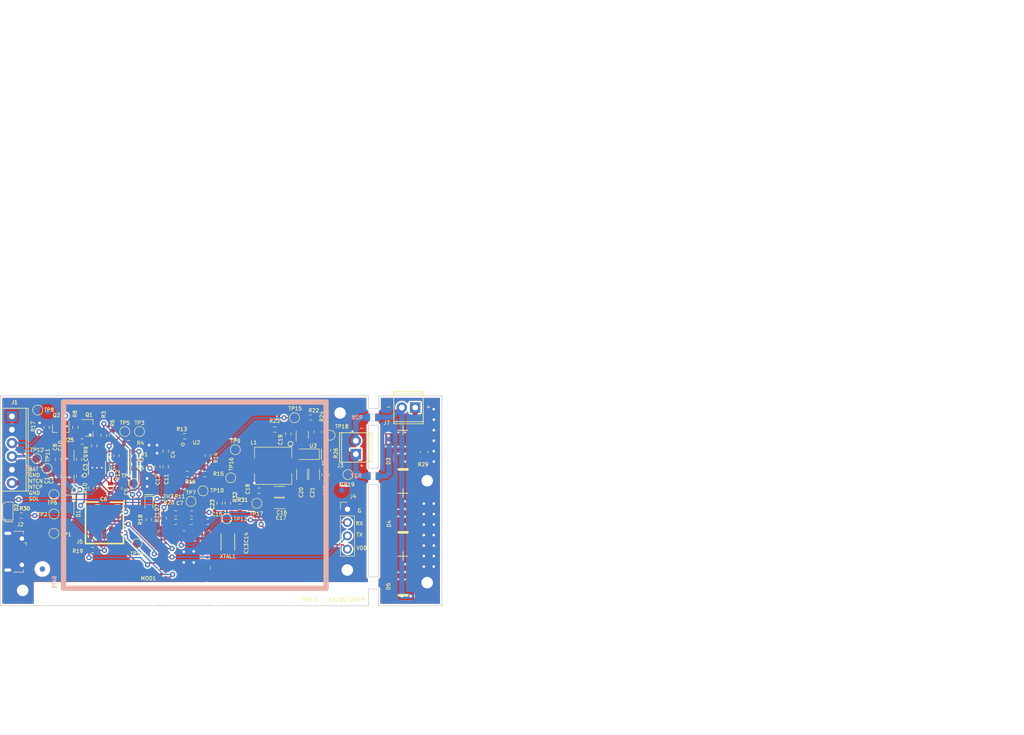
<source format=kicad_pcb>
(kicad_pcb (version 20171130) (host pcbnew "(5.1.2)-1")
  (title_block (title LEOLED) (date 2019-05-30) (rev 1) (company AL2TECH) (comment 1 www.al2tech.com))
  (layers (0 F.Cu signal hide) (31 B.Cu signal) (34 B.Paste user) (35 F.Paste user hide) (36 B.SilkS user) (37 F.SilkS user hide) (38 B.Mask user) (39 F.Mask user hide) (44 Edge.Cuts user))
  (net 0 "")
  (net 1 /Power/SOLAR_VDD)
  (net 2 GND)
  (net 3 /LED_Driver/BATT_VDD)
  (net 4 /Power/NTC_P)
  (net 5 "Net-(C6-Pad1)")
  (net 6 /BLE/ADC_I_CHRG)
  (net 7 VDD)
  (net 8 "Net-(C13-Pad2)")
  (net 9 "Net-(C14-Pad1)")
  (net 10 "Net-(C19-Pad1)")
  (net 11 /Power/VUSB)
  (net 12 "Net-(D2-Pad2)")
  (net 13 "Net-(D3-Pad1)")
  (net 14 "Net-(D3-Pad2)")
  (net 15 GNDPWR)
  (net 16 "Net-(D4-Pad2)")
  (net 17 "Net-(D5-Pad2)")
  (net 18 "Net-(D6-Pad2)")
  (net 19 /Power/NTC_N)
  (net 20 "Net-(J2-Pad2)")
  (net 21 "Net-(J2-Pad4)")
  (net 22 "Net-(J2-Pad3)")
  (net 23 /BLE/UART_RX)
  (net 24 /BLE/UART_TX)
  (net 25 /BLE/SWDIO)
  (net 26 /BLE/SWDCLK)
  (net 27 /BLE/SWO)
  (net 28 "Net-(J5-Pad7)")
  (net 29 "Net-(J5-Pad8)")
  (net 30 /BLE/RESET)
  (net 31 "Net-(MOD1-Pad6)")
  (net 32 "Net-(MOD1-Pad7)")
  (net 33 "Net-(MOD1-Pad8)")
  (net 34 "Net-(MOD1-Pad9)")
  (net 35 "Net-(MOD1-Pad10)")
  (net 36 "Net-(MOD1-Pad11)")
  (net 37 "Net-(MOD1-Pad12)")
  (net 38 "Net-(MOD1-Pad20)")
  (net 39 /BLE/NTC_SNS)
  (net 40 "Net-(MOD1-Pad22)")
  (net 41 /BLE/NTC_VDD)
  (net 42 "Net-(MOD1-Pad25)")
  (net 43 "Net-(MOD1-Pad26)")
  (net 44 /BLE/DIM)
  (net 45 "Net-(MOD1-Pad28)")
  (net 46 /BLE/LED)
  (net 47 "Net-(MOD1-Pad32)")
  (net 48 /Power/BQ_EN)
  (net 49 /Power/BQ_PG)
  (net 50 /Power/BQ_CHG)
  (net 51 "Net-(MOD1-Pad38)")
  (net 52 "Net-(MOD1-Pad40)")
  (net 53 "Net-(MOD1-Pad41)")
  (net 54 "Net-(MOD1-Pad42)")
  (net 55 "Net-(Q1-Pad3)")
  (net 56 "Net-(R1-Pad1)")
  (net 57 /Power/~PG)
  (net 58 /Power/~CHG)
  (net 59 "Net-(R10-Pad1)")
  (net 60 "Net-(R13-Pad1)")
  (net 61 "Net-(R14-Pad1)")
  (net 62 "Net-(R15-Pad1)")
  (net 63 "Net-(R21-Pad1)")
  (net 64 /LED/LED_P)
  (net 65 /LED/LED_N)
  (net 66 "Net-(R25-Pad2)")
  (net 67 /BLE/ADC_V_BATT)
  (net 68 "Net-(D7-Pad2)")
  (module Fiducial (layer B.Cu) (at 112 111)
    (fp_text reference FID6)
    (fp_text value Fiducial hide)
    (pad ~ smd circle (at 0 0) (size 1 1) (layers B.Cu B.Mask) (clearance 1))
  )
  (module Fiducial (layer B.Cu) (at 55 126)
    (fp_text reference FID5)
    (fp_text value Fiducial hide)
    (pad ~ smd circle (at 0 0) (size 1 1) (layers B.Cu B.Mask) (clearance 1))
  )
  (module Fiducial (layer B.Cu) (at 56 96)
    (fp_text reference FID4)
    (fp_text value Fiducial hide)
    (pad ~ smd circle (at 0 0) (size 1 1) (layers B.Cu B.Mask) (clearance 1))
  )
  (module Fiducial (layer F.Cu) (at 107 126)
    (fp_text reference FID3)
    (fp_text value Fiducial hide)
    (pad ~ smd circle (at 0 0) (size 1 1) (layers F.Cu F.Mask) (clearance 1))
  )
  (module Fiducial (layer F.Cu) (at 55 126)
    (fp_text reference FID2)
    (fp_text value Fiducial hide)
    (pad ~ smd circle (at 0 0) (size 1 1) (layers F.Cu F.Mask) (clearance 1))
  )
  (module Fiducial (layer F.Cu) (at 78 96)
    (fp_text reference FID1)
    (fp_text value Fiducial hide)
    (pad ~ smd circle (at 0 0) (size 1 1) (layers F.Cu F.Mask) (clearance 1))
  )
  (module USB_connector:USB_Micro-B_Molex-105017-0001 (layer F.Cu) (at 48.75 122.7 270)
    (fp_text reference J2 (at -5.194 -2.06 180) (layer F.SilkS) (effects (font (size 0.7 0.7) (thickness 0.125))))
    (fp_text value USB_MicroB)
    (pad 6 smd rect (at -2.9 0.35 270) (size 1.2 1.9) (layers F.Cu F.Mask) (net 2 GND))
    (pad 6 smd rect (at 2.9 0.35 270) (size 1.2 1.9) (layers F.Cu F.Mask) (net 2 GND))
    (pad 6 thru_hole oval (at 3.5 0.35 270) (size 1.2 1.9) (drill oval 0.6 1.3) (layers *.Cu *.Mask) (net 2 GND))
    (pad 6 thru_hole oval (at -3.5 0.35 90) (size 1.2 1.9) (drill oval 0.6 1.3) (layers *.Cu *.Mask) (net 2 GND))
    (pad 6 smd rect (at -1 0.35 270) (size 1.5 1.9) (layers F.Cu F.Paste F.Mask) (net 2 GND))
    (pad 6 thru_hole circle (at 2.5 -2.35 270) (size 1.45 1.45) (drill 0.85) (layers *.Cu *.Mask) (net 2 GND))
    (pad 3 smd rect (at 0 -2.35 270) (size 0.4 1.35) (layers F.Cu F.Paste F.Mask) (net 22 "Net-(J2-Pad3)"))
    (pad 4 smd rect (at 0.65 -2.35 270) (size 0.4 1.35) (layers F.Cu F.Paste F.Mask) (net 21 "Net-(J2-Pad4)"))
    (pad 5 smd rect (at 1.3 -2.35 270) (size 0.4 1.35) (layers F.Cu F.Paste F.Mask) (net 2 GND))
    (pad 1 smd rect (at -1.3 -2.35 270) (size 0.4 1.35) (layers F.Cu F.Paste F.Mask) (net 11 /Power/VUSB))
    (pad 2 smd rect (at -0.65 -2.35 270) (size 0.4 1.35) (layers F.Cu F.Paste F.Mask) (net 20 "Net-(J2-Pad2)"))
    (pad 6 thru_hole circle (at -2.5 -2.35 270) (size 1.45 1.45) (drill 0.85) (layers *.Cu *.Mask) (net 2 GND))
    (pad 6 smd rect (at 1 0.35 270) (size 1.5 1.9) (layers F.Cu F.Paste F.Mask) (net 2 GND))
  )
  (module Modules:BLE_Rigado_BMD-300 (layer F.Cu) (at 82 125.8 90)
    (fp_text reference MOD1 (at -1.993 -6.806) (layer F.SilkS) (effects (font (size 0.7 0.7) (thickness 0.125))))
    (fp_text value BMD-300-A-R)
    (pad 47 smd rect (at -2.35 1.65 90) (size 0.5 0.5) (layers F.Cu F.Paste F.Mask) (net 2 GND))
    (pad 46 smd rect (at -2.35 -1.65 90) (size 0.5 0.5) (layers F.Cu F.Paste F.Mask) (net 2 GND))
    (pad 45 smd rect (at -2.35 -4.4 90) (size 0.5 0.5) (layers F.Cu F.Paste F.Mask) (net 2 GND))
    (pad 44 smd rect (at -1.8 -3.5 90) (size 0.5 0.5) (layers F.Cu F.Paste F.Mask) (net 25 /BLE/SWDIO))
    (pad 43 smd rect (at -1.25 -4.4 90) (size 0.5 0.5) (layers F.Cu F.Paste F.Mask) (net 26 /BLE/SWDCLK))
    (pad 42 smd rect (at -0.7 -3.5 90) (size 0.5 0.5) (layers F.Cu F.Paste F.Mask) (net 54 "Net-(MOD1-Pad42)"))
    (pad 41 smd rect (at -0.15 -4.4 90) (size 0.5 0.5) (layers F.Cu F.Paste F.Mask) (net 53 "Net-(MOD1-Pad41)"))
    (pad 40 smd rect (at 0.4 -3.5 90) (size 0.5 0.5) (layers F.Cu F.Paste F.Mask) (net 52 "Net-(MOD1-Pad40)"))
    (pad 39 smd rect (at 0.95 -4.4 90) (size 0.5 0.5) (layers F.Cu F.Paste F.Mask) (net 30 /BLE/RESET))
    (pad 38 smd rect (at 1.5 -3.5 90) (size 0.5 0.5) (layers F.Cu F.Paste F.Mask) (net 51 "Net-(MOD1-Pad38)"))
    (pad 37 smd rect (at 2.05 -4.4 90) (size 0.5 0.5) (layers F.Cu F.Paste F.Mask) (net 24 /BLE/UART_TX))
    (pad 36 smd rect (at 2.6 -3.5 90) (size 0.5 0.5) (layers F.Cu F.Paste F.Mask) (net 27 /BLE/SWO))
    (pad 35 smd rect (at 3.15 -4.4 90) (size 0.5 0.5) (layers F.Cu F.Paste F.Mask) (net 50 /Power/BQ_CHG))
    (pad 34 smd rect (at 3.7 -3.5 90) (size 0.5 0.5) (layers F.Cu F.Paste F.Mask) (net 49 /Power/BQ_PG))
    (pad 33 smd rect (at 4.25 -4.4 90) (size 0.5 0.5) (layers F.Cu F.Paste F.Mask) (net 48 /Power/BQ_EN))
    (pad 32 smd rect (at 4.8 -3.5 90) (size 0.5 0.5) (layers F.Cu F.Paste F.Mask) (net 47 "Net-(MOD1-Pad32)"))
    (pad 31 smd rect (at 5.35 -4.4 90) (size 0.5 0.5) (layers F.Cu F.Paste F.Mask) (net 46 /BLE/LED))
    (pad 30 smd rect (at 6.45 -4.4 90) (size 0.5 0.5) (layers F.Cu F.Paste F.Mask) (net 2 GND))
    (pad 29 smd rect (at 6.45 -3.3 90) (size 0.5 0.5) (layers F.Cu F.Paste F.Mask) (net 2 GND))
    (pad 28 smd rect (at 5.55 -2.75 90) (size 0.5 0.5) (layers F.Cu F.Paste F.Mask) (net 45 "Net-(MOD1-Pad28)"))
    (pad 27 smd rect (at 6.45 -2.2 90) (size 0.5 0.5) (layers F.Cu F.Paste F.Mask) (net 44 /BLE/DIM))
    (pad 26 smd rect (at 5.55 -1.65 90) (size 0.5 0.5) (layers F.Cu F.Paste F.Mask) (net 43 "Net-(MOD1-Pad26)"))
    (pad 25 smd rect (at 6.45 -1.1 90) (size 0.5 0.5) (layers F.Cu F.Paste F.Mask) (net 42 "Net-(MOD1-Pad25)"))
    (pad 24 smd rect (at 5.55 -0.55 90) (size 0.5 0.5) (layers F.Cu F.Paste F.Mask) (net 23 /BLE/UART_RX))
    (pad 23 smd rect (at 6.45 0 90) (size 0.5 0.5) (layers F.Cu F.Paste F.Mask) (net 41 /BLE/NTC_VDD))
    (pad 22 smd rect (at 5.55 0.55 90) (size 0.5 0.5) (layers F.Cu F.Paste F.Mask) (net 40 "Net-(MOD1-Pad22)"))
    (pad 21 smd rect (at 6.45 1.1 90) (size 0.5 0.5) (layers F.Cu F.Paste F.Mask) (net 39 /BLE/NTC_SNS))
    (pad 20 smd rect (at 5.55 1.65 90) (size 0.5 0.5) (layers F.Cu F.Paste F.Mask) (net 38 "Net-(MOD1-Pad20)"))
    (pad 19 smd rect (at 6.45 2.2 90) (size 0.5 0.5) (layers F.Cu F.Paste F.Mask) (net 6 /BLE/ADC_I_CHRG))
    (pad 18 smd rect (at 5.55 2.75 90) (size 0.5 0.5) (layers F.Cu F.Paste F.Mask) (net 2 GND))
    (pad 17 smd rect (at 6.45 3.3 90) (size 0.5 0.5) (layers F.Cu F.Paste F.Mask) (net 7 VDD))
    (pad 16 smd rect (at 6.45 4.4 90) (size 0.5 0.5) (layers F.Cu F.Paste F.Mask) (net 2 GND))
    (pad 15 smd rect (at 5.35 4.4 90) (size 0.5 0.5) (layers F.Cu F.Paste F.Mask) (net 67 /BLE/ADC_V_BATT))
    (pad 14 smd rect (at 4.8 3.5 90) (size 0.5 0.5) (layers F.Cu F.Paste F.Mask) (net 9 "Net-(C14-Pad1)"))
    (pad 13 smd rect (at 4.25 4.4 90) (size 0.5 0.5) (layers F.Cu F.Paste F.Mask) (net 8 "Net-(C13-Pad2)"))
    (pad 12 smd rect (at 3.7 3.5 90) (size 0.5 0.5) (layers F.Cu F.Paste F.Mask) (net 37 "Net-(MOD1-Pad12)"))
    (pad 11 smd rect (at 3.15 4.4 90) (size 0.5 0.5) (layers F.Cu F.Paste F.Mask) (net 36 "Net-(MOD1-Pad11)"))
    (pad 10 smd rect (at 2.6 3.5 90) (size 0.5 0.5) (layers F.Cu F.Paste F.Mask) (net 35 "Net-(MOD1-Pad10)"))
    (pad 9 smd rect (at 2.05 4.4 90) (size 0.5 0.5) (layers F.Cu F.Paste F.Mask) (net 34 "Net-(MOD1-Pad9)"))
    (pad 8 smd rect (at 1.5 3.5 90) (size 0.5 0.5) (layers F.Cu F.Paste F.Mask) (net 33 "Net-(MOD1-Pad8)"))
    (pad 7 smd rect (at 0.95 4.4 90) (size 0.5 0.5) (layers F.Cu F.Paste F.Mask) (net 32 "Net-(MOD1-Pad7)"))
    (pad 6 smd rect (at 0.4 3.5 90) (size 0.5 0.5) (layers F.Cu F.Paste F.Mask) (net 31 "Net-(MOD1-Pad6)"))
    (pad 5 smd rect (at -0.15 4.4 90) (size 0.5 0.5) (layers F.Cu F.Paste F.Mask) (net 2 GND))
    (pad 4 smd rect (at -0.7 3.5 90) (size 0.5 0.5) (layers F.Cu F.Paste F.Mask) (net 2 GND))
    (pad 3 smd rect (at -1.25 4.4 90) (size 0.5 0.5) (layers F.Cu F.Paste F.Mask) (net 2 GND))
    (pad 2 smd rect (at -1.8 3.5 90) (size 0.5 0.5) (layers F.Cu F.Paste F.Mask) (net 2 GND))
    (pad 1 smd rect (at -2.35 4.4 90) (size 0.5 0.5) (layers F.Cu F.Paste F.Mask) (net 2 GND))
  )
  (module LED_SMD:LED_0603_1608Metric (layer F.Cu) (at 75.3 113.62 270)
    (fp_text reference D7 (at 0.66 -1.54 90) (layer F.SilkS) (effects (font (size 0.7 0.7))))
    (fp_text value LTST-C191KGKT)
    (pad 2 smd rect (at 0.75 0 270) (size 0.8 0.8) (layers F.Cu F.Paste F.Mask) (net 68 "Net-(D7-Pad2)"))
    (pad 1 smd rect (at -0.75 0 270) (size 0.8 0.8) (layers F.Cu F.Paste F.Mask) (net 2 GND))
  )
  (module Test_Point:TestPoint_Pad_D1.5mm (layer F.Cu) (at 90.11 116.42)
    (fp_text reference TP13 (at 2.61 0.07) (layer F.SilkS) (effects (font (size 0.7 0.7) (thickness 0.1))))
    (fp_text value Test_Point hide)
    (pad 1 smd circle (at 0 0) (size 1.5 1.5) (layers F.Cu F.Mask) (net 67 /BLE/ADC_V_BATT))
  )
  (module Resistor_SMD:R_0603_1608Metric (layer F.Cu) (at 90.33 113.44 90)
    (fp_text reference R32 (at 1.16 1.38 90) (layer F.SilkS) (effects (font (size 0.7 0.7))))
    (fp_text value 100k)
    (pad 2 smd rect (at 0.875 0 90) (size 0.67 1) (layers F.Cu F.Paste F.Mask) (net 2 GND))
    (pad 1 smd rect (at -0.875 0 90) (size 0.67 1) (layers F.Cu F.Paste F.Mask) (net 67 /BLE/ADC_V_BATT))
  )
  (module Resistor_SMD:R_0603_1608Metric (layer F.Cu) (at 92.6 114.16 180)
    (fp_text reference R31 (at -0.55 1.33) (layer F.SilkS) (effects (font (size 0.7 0.7))))
    (fp_text value 270k)
    (pad 2 smd rect (at 0.875 0 180) (size 0.67 1) (layers F.Cu F.Paste F.Mask) (net 67 /BLE/ADC_V_BATT))
    (pad 1 smd rect (at -0.875 0 180) (size 0.67 1) (layers F.Cu F.Paste F.Mask) (net 3 /LED_Driver/BATT_VDD))
  )
  (module Resistor_SMD:R_0603_1608Metric (layer F.Cu) (at 50.98 115.8 180)
    (fp_text reference R30 (at -0.66 1.32) (layer F.SilkS) (effects (font (size 0.7 0.7))))
    (fp_text value 1k)
    (pad 2 smd rect (at 0.875 0 180) (size 0.67 1) (layers F.Cu F.Paste F.Mask) (net 12 "Net-(D2-Pad2)"))
    (pad 1 smd rect (at -0.875 0 180) (size 0.67 1) (layers F.Cu F.Paste F.Mask) (net 7 VDD))
  )
  (module LED_SMD:LED_0603_1608Metric_Side_Mounted (layer F.Cu) (at 48.64 114.95 270)
    (fp_text reference D2 (at -0.68 -1.41 90) (layer F.SilkS) (effects (font (size 0.7 0.7))))
    (fp_text value LTST-S270KRKT)
    (pad 2 smd rect (at 1 0 270) (size 1.1 1.1) (layers F.Cu F.Paste F.Mask) (net 12 "Net-(D2-Pad2)"))
    (pad 1 smd rect (at -1 0 270) (size 1.1 1.1) (layers F.Cu F.Paste F.Mask) (net 58 /Power/~CHG))
  )
  (module Ceramic_Capacitor_SMD:C_0603_1608Metric (layer F.Cu) (at 88.76 113.45 90)
    (fp_text reference C23 (at -0.27 -1.39 90) (layer F.SilkS) (effects (font (size 0.7 0.7))))
    (fp_text value 1uF)
    (pad 2 smd rect (at 0.875 0 90) (size 0.67 1) (layers F.Cu F.Paste F.Mask) (net 2 GND))
    (pad 1 smd rect (at -0.875 0 90) (size 0.67 1) (layers F.Cu F.Paste F.Mask) (net 67 /BLE/ADC_V_BATT))
  )
  (module Battery:Lithium_battery_50x30x5.3 (layer B.Cu) (at 84.03 111.67)
    (fp_text reference BAT1 (at -26.74 16.84 270) (layer B.SilkS) (effects (font (size 0.7 0.7)) (justify mirror)))
    (fp_text value Lithium_Battery_1000mAh_50x35x5.3)
  )
  (module Resistor_SMD:R_0603_1608Metric (layer F.Cu) (at 62.6 101.7)
    (fp_text reference R25 (at -2.6 -0.3) (layer F.SilkS) (effects (font (size 0.7 0.7))))
    (fp_text value 0)
    (pad 2 smd rect (at 0.875 0) (size 0.67 1) (layers F.Cu F.Paste F.Mask) (net 66 "Net-(R25-Pad2)"))
    (pad 1 smd rect (at -0.875 0) (size 0.67 1) (layers F.Cu F.Paste F.Mask) (net 2 GND))
  )
  (module WSON:WSON-10-1EP_2x3mm_Pitch0.5mm_ThermalVias (layer F.Cu) (at 65.395517 106.700521 90)
    (fp_text reference U1 (at -0.010479 2.940483) (layer F.SilkS) (effects (font (size 0.7 0.7) (thickness 0.125))))
    (fp_text value BQ24210)
    (pad 11 thru_hole circle (at 0 0.9 90) (size 0.6 0.6) (drill 0.3) (layers *.Cu) (net 2 GND))
    (pad 11 thru_hole circle (at 0 -0.9 90) (size 0.6 0.6) (drill 0.3) (layers *.Cu) (net 2 GND))
    (pad 11 thru_hole circle (at 0 0 90) (size 0.6 0.6) (drill 0.3) (layers *.Cu) (net 2 GND))
    (pad 11 smd rect (at 0 0 90) (size 0.84 2.4) (layers B.Cu) (net 2 GND))
    (pad 1 smd rect (at -0.95 -1 90) (size 0.5 0.25) (layers F.Cu F.Paste F.Mask) (net 1 /Power/SOLAR_VDD))
    (pad 2 smd rect (at -0.95 -0.5 90) (size 0.5 0.25) (layers F.Cu F.Paste F.Mask) (net 59 "Net-(R10-Pad1)"))
    (pad 3 smd rect (at -0.95 0 90) (size 0.5 0.25) (layers F.Cu F.Paste F.Mask) (net 2 GND))
    (pad 4 smd rect (at -0.95 0.5 90) (size 0.5 0.25) (layers F.Cu F.Paste F.Mask) (net 5 "Net-(C6-Pad1)"))
    (pad 5 smd rect (at -0.95 1 90) (size 0.5 0.25) (layers F.Cu F.Paste F.Mask) (net 4 /Power/NTC_P))
    (pad 6 smd rect (at 0.95 1 90) (size 0.5 0.25) (layers F.Cu F.Paste F.Mask) (net 57 /Power/~PG))
    (pad 7 smd rect (at 0.95 0.5 90) (size 0.5 0.25) (layers F.Cu F.Paste F.Mask) (net 56 "Net-(R1-Pad1)"))
    (pad 8 smd rect (at 0.95 0 90) (size 0.5 0.25) (layers F.Cu F.Paste F.Mask) (net 58 /Power/~CHG))
    (pad 9 smd rect (at 0.95 -0.5 90) (size 0.5 0.25) (layers F.Cu F.Paste F.Mask) (net 66 "Net-(R25-Pad2)"))
    (pad 10 smd rect (at 0.95 -1 90) (size 0.5 0.25) (layers F.Cu F.Paste F.Mask) (net 3 /LED_Driver/BATT_VDD))
    (pad 11 smd rect (at 0 0.6 90) (size 0.84 1.2) (layers F.Cu F.Paste F.Mask) (net 2 GND))
    (pad 11 smd rect (at 0 -0.6 90) (size 0.84 1.2) (layers F.Cu F.Paste F.Mask) (net 2 GND))
  )
  (module Connector_Terminal_Blocks:TerminalBlock_Pheonix_MPT-2.54mm_2pol (layer F.Cu) (at 126.0054 95.2284 180)
    (fp_text reference J7 (at 5.4102 -2.921 180) (layer F.SilkS) (effects (font (size 0.7 0.7) (thickness 0.125))))
    (fp_text value PHOENIX_MPT_1725656)
    (pad 1 thru_hole rect (at 0 0 180) (size 1.99898 1.99898) (drill 1.09728) (layers *.Cu *.Mask) (net 13 "Net-(D3-Pad1)"))
    (pad 2 thru_hole oval (at 2.54 0 180) (size 1.99898 1.99898) (drill 1.09728) (layers *.Cu *.Mask) (net 17 "Net-(D5-Pad2)"))
  )
  (module Connector_Terminal_Blocks:TerminalBlock_Pheonix_MPT-2.54mm_2pol (layer F.Cu) (at 114.7 104.1 90)
    (fp_text reference J3 (at -2.152 -2.944 180) (layer F.SilkS) (effects (font (size 0.7 0.7) (thickness 0.125))))
    (fp_text value PHOENIX_MPT_1725656)
    (pad 1 thru_hole rect (at 0 0 90) (size 1.99898 1.99898) (drill 1.09728) (layers *.Cu *.Mask) (net 64 /LED/LED_P))
    (pad 2 thru_hole oval (at 2.54 0 90) (size 1.99898 1.99898) (drill 1.09728) (layers *.Cu *.Mask) (net 65 /LED/LED_N))
  )
  (module Mechanical:MountingHole_2.2mm_M2_ISO7380_Pad (layer F.Cu) (at 128.2914 109.173)
    (fp_text reference M5)
    (fp_text value MountigHole_M2)
    (pad 1 thru_hole circle (at 0 0) (size 3.5 3.5) (drill 2.2) (layers *.Cu *.Mask) (net 15 GNDPWR))
  )
  (module Mechanical:MountingHole_2.2mm_M2_ISO7380_Pad (layer F.Cu) (at 113.0768 126.191)
    (fp_text reference M3)
    (fp_text value MountigHole_M2)
    (pad 1 thru_hole circle (at 0 0) (size 3.5 3.5) (drill 2.2) (layers *.Cu *.Mask) (net 2 GND))
  )
  (module Mechanical:MountingHole_2.2mm_M2_ISO7380_Pad (layer F.Cu) (at 111.7052 96.2698)
    (fp_text reference M2)
    (fp_text value MountigHole_M2)
    (pad 1 thru_hole circle (at 0 0) (size 3.5 3.5) (drill 2.2) (layers *.Cu *.Mask) (net 2 GND))
  )
  (module Mechanical:MountingHole_2.2mm_M2_ISO7380_Pad (layer F.Cu) (at 51.24 130.08)
    (fp_text reference M1)
    (fp_text value MountigHole_M2)
    (pad 1 thru_hole circle (at 0 0) (size 3.5 3.5) (drill 2.2) (layers *.Cu *.Mask) (net 2 GND))
  )
  (module Mechanical:MountingHole_2.2mm_M2_ISO7380_Pad (layer F.Cu) (at 128.2914 128.604)
    (fp_text reference M4)
    (fp_text value MountigHole_M2)
    (pad 1 thru_hole circle (at 0 0) (size 3.5 3.5) (drill 2.2) (layers *.Cu *.Mask) (net 15 GNDPWR))
  )
  (module Diode_SMD:D_SOD-123FL (layer F.Cu) (at 60 114.1 270)
    (fp_text reference D1 (at 1.374 -1.859 270) (layer F.SilkS) (effects (font (size 0.7 0.7) (thickness 0.125))))
    (fp_text value MBR120VLSFT1G)
    (pad 2 smd rect (at 1.475 0 270) (size 1.25 1.22) (layers F.Cu F.Paste F.Mask) (net 11 /Power/VUSB))
    (pad 1 smd rect (at -1.475 0 270) (size 1.25 1.22) (layers F.Cu F.Paste F.Mask) (net 1 /Power/SOLAR_VDD))
  )
  (module Resistor_SMD:R_0805_2012Metric (layer F.Cu) (at 107.447686 99.86417 90)
    (fp_text reference R24 (at 2.93217 0.766314 90) (layer F.SilkS) (effects (font (size 0.7 0.7) (thickness 0.125))))
    (fp_text value 1.5)
    (pad 2 smd rect (at 0.955 0 90) (size 0.97 1.5) (layers F.Cu F.Paste F.Mask) (net 2 GND))
    (pad 1 smd rect (at -0.955 0 90) (size 0.97 1.5) (layers F.Cu F.Paste F.Mask) (net 65 /LED/LED_N))
  )
  (module Resistor_SMD:R_0805_2012Metric (layer B.Cu) (at 118 108.3)
    (fp_text reference R27 (at -3.22 -0.07) (layer B.SilkS) (effects (font (size 0.7 0.7)) (justify mirror)))
    (fp_text value 0)
    (pad 2 smd rect (at 0.955 0) (size 0.97 1.5) (layers B.Cu B.Paste B.Mask) (net 13 "Net-(D3-Pad1)"))
    (pad 1 smd rect (at -0.955 0) (size 0.97 1.5) (layers B.Cu B.Paste B.Mask) (net 64 /LED/LED_P))
  )
  (module Resistor_SMD:R_0805_2012Metric (layer B.Cu) (at 117.9 97.1)
    (fp_text reference R28 (at -2.92 0.01) (layer B.SilkS) (effects (font (size 0.7 0.7)) (justify mirror)))
    (fp_text value 0)
    (pad 2 smd rect (at 0.955 0) (size 0.97 1.5) (layers B.Cu B.Paste B.Mask) (net 17 "Net-(D5-Pad2)"))
    (pad 1 smd rect (at -0.955 0) (size 0.97 1.5) (layers B.Cu B.Paste B.Mask) (net 65 /LED/LED_N))
  )
  (module Resistor_SMD:R_0805_2012Metric (layer F.Cu) (at 127.7 103.7 90)
    (fp_text reference R29 (at -2.376 -0.182 180) (layer F.SilkS) (effects (font (size 0.7 0.7) (thickness 0.125))))
    (fp_text value 0)
    (pad 2 smd rect (at 0.955 0 90) (size 0.97 1.5) (layers F.Cu F.Paste F.Mask) (net 13 "Net-(D3-Pad1)"))
    (pad 1 smd rect (at -0.955 0 90) (size 0.97 1.5) (layers F.Cu F.Paste F.Mask) (net 14 "Net-(D3-Pad2)"))
  )
  (module LED_SMD:Cree_MLC (layer F.Cu) (at 123.7 103.3 270)
    (fp_text reference D3 (at 2.141 2.786 270) (layer F.SilkS) (effects (font (size 0.7 0.7) (thickness 0.125))))
    (fp_text value MLCAWT-A1-0000-000051)
    (pad 3 smd rect (at 0 0 270) (size 0.7 3.2) (layers F.Cu F.Paste F.Mask) (net 15 GNDPWR))
    (pad 2 smd rect (at 1.475 1.025 270) (size 1.3 1.15) (layers F.Cu F.Paste F.Mask) (net 14 "Net-(D3-Pad2)"))
    (pad 2 smd rect (at 1.475 -1.025 270) (size 1.3 1.15) (layers F.Cu F.Paste F.Mask) (net 14 "Net-(D3-Pad2)"))
    (pad 1 smd rect (at -1.475 1.025 270) (size 1.3 1.15) (layers F.Cu F.Paste F.Mask) (net 13 "Net-(D3-Pad1)"))
    (pad 1 smd rect (at -1.475 -1.025 270) (size 1.3 1.15) (layers F.Cu F.Paste F.Mask) (net 13 "Net-(D3-Pad1)"))
  )
  (module LED_SMD:Cree_MLC (layer F.Cu) (at 123.7 115.3 270)
    (fp_text reference D4 (at 2.079 2.659 270) (layer F.SilkS) (effects (font (size 0.7 0.7) (thickness 0.125))))
    (fp_text value MLCAWT-A1-0000-000051)
    (pad 3 smd rect (at 0 0 270) (size 0.7 3.2) (layers F.Cu F.Paste F.Mask) (net 15 GNDPWR))
    (pad 2 smd rect (at 1.475 1.025 270) (size 1.3 1.15) (layers F.Cu F.Paste F.Mask) (net 16 "Net-(D4-Pad2)"))
    (pad 2 smd rect (at 1.475 -1.025 270) (size 1.3 1.15) (layers F.Cu F.Paste F.Mask) (net 16 "Net-(D4-Pad2)"))
    (pad 1 smd rect (at -1.475 1.025 270) (size 1.3 1.15) (layers F.Cu F.Paste F.Mask) (net 14 "Net-(D3-Pad2)"))
    (pad 1 smd rect (at -1.475 -1.025 270) (size 1.3 1.15) (layers F.Cu F.Paste F.Mask) (net 14 "Net-(D3-Pad2)"))
  )
  (module LED_SMD:Cree_MLC (layer F.Cu) (at 123.7 127.3 270)
    (fp_text reference D5 (at 2.017 2.786 270) (layer F.SilkS) (effects (font (size 0.7 0.7) (thickness 0.125))))
    (fp_text value MLCAWT-A1-0000-000051)
    (pad 3 smd rect (at 0 0 270) (size 0.7 3.2) (layers F.Cu F.Paste F.Mask) (net 15 GNDPWR))
    (pad 2 smd rect (at 1.475 1.025 270) (size 1.3 1.15) (layers F.Cu F.Paste F.Mask) (net 17 "Net-(D5-Pad2)"))
    (pad 2 smd rect (at 1.475 -1.025 270) (size 1.3 1.15) (layers F.Cu F.Paste F.Mask) (net 17 "Net-(D5-Pad2)"))
    (pad 1 smd rect (at -1.475 1.025 270) (size 1.3 1.15) (layers F.Cu F.Paste F.Mask) (net 16 "Net-(D4-Pad2)"))
    (pad 1 smd rect (at -1.475 -1.025 270) (size 1.3 1.15) (layers F.Cu F.Paste F.Mask) (net 16 "Net-(D4-Pad2)"))
  )
  (module Diode_SMD:D_SOD-123 (layer F.Cu) (at 105.547686 104.11917 180)
    (fp_text reference D6 (at -3.301314 -1.70283 180) (layer F.SilkS) (effects (font (size 0.7 0.7) (thickness 0.125))))
    (fp_text value MBR0580S1-7)
    (pad 2 smd rect (at 1.575 0 180) (size 0.9 0.95) (layers F.Cu F.Paste F.Mask) (net 18 "Net-(D6-Pad2)"))
    (pad 1 smd rect (at -1.575 0 180) (size 0.9 0.95) (layers F.Cu F.Paste F.Mask) (net 64 /LED/LED_P))
  )
  (module Crystal:ABS07-32.768KHZ-7-T (layer F.Cu) (at 90.33265 120.901042 90)
    (fp_text reference XTAL1 (at -2.700958 -0.02565 180) (layer F.SilkS) (effects (font (size 0.7 0.7) (thickness 0.125))))
    (fp_text value ABS07-32.768KHZ)
    (pad 2 smd rect (at 1.25 0 90) (size 1.1 1.9) (layers F.Cu F.Paste F.Mask) (net 9 "Net-(C14-Pad1)"))
    (pad 1 smd rect (at -1.25 0 90) (size 1.1 1.9) (layers F.Cu F.Paste F.Mask) (net 8 "Net-(C13-Pad2)"))
  )
  (module Ceramic_Capacitor_SMD:C_0603_1608Metric (layer F.Cu) (at 57.995517 108.300521 90)
    (fp_text reference C1 (at -0.799479 -2.195517 90) (layer F.SilkS) (effects (font (size 0.7 0.7) (thickness 0.125))))
    (fp_text value 1uF)
    (pad 2 smd rect (at 0.875 0 90) (size 0.67 1) (layers F.Cu F.Paste F.Mask) (net 2 GND))
    (pad 1 smd rect (at -0.875 0 90) (size 0.67 1) (layers F.Cu F.Paste F.Mask) (net 1 /Power/SOLAR_VDD))
  )
  (module Ceramic_Capacitor_SMD:C_0603_1608Metric (layer F.Cu) (at 61.995517 108.300521 90)
    (fp_text reference C3 (at 1.700521 1.204483 90) (layer F.SilkS) (effects (font (size 0.7 0.7) (thickness 0.125))))
    (fp_text value 0.1uF)
    (pad 2 smd rect (at 0.875 0 90) (size 0.67 1) (layers F.Cu F.Paste F.Mask) (net 2 GND))
    (pad 1 smd rect (at -0.875 0 90) (size 0.67 1) (layers F.Cu F.Paste F.Mask) (net 1 /Power/SOLAR_VDD))
  )
  (module Ceramic_Capacitor_SMD:C_0603_1608Metric (layer F.Cu) (at 78.5 103.525 270)
    (fp_text reference C4 (at 0.646 -1.393 270) (layer F.SilkS) (effects (font (size 0.7 0.7) (thickness 0.125))))
    (fp_text value 1uF)
    (pad 2 smd rect (at 0.875 0 270) (size 0.67 1) (layers F.Cu F.Paste F.Mask) (net 2 GND))
    (pad 1 smd rect (at -0.875 0 270) (size 0.67 1) (layers F.Cu F.Paste F.Mask) (net 3 /LED_Driver/BATT_VDD))
  )
  (module Ceramic_Capacitor_SMD:C_0603_1608Metric (layer F.Cu) (at 69.595517 110.600521 270)
    (fp_text reference C5 (at 0.682479 -1.407483 270) (layer F.SilkS) (effects (font (size 0.7 0.7) (thickness 0.125))))
    (fp_text value 1uF)
    (pad 2 smd rect (at 0.875 0 270) (size 0.67 1) (layers F.Cu F.Paste F.Mask) (net 2 GND))
    (pad 1 smd rect (at -0.875 0 270) (size 0.67 1) (layers F.Cu F.Paste F.Mask) (net 4 /Power/NTC_P))
  )
  (module Ceramic_Capacitor_SMD:C_0603_1608Metric (layer F.Cu) (at 65.895517 110.600521 270)
    (fp_text reference C6 (at 2.079479 -0.789483) (layer F.SilkS) (effects (font (size 0.7 0.7) (thickness 0.125))))
    (fp_text value 1uF)
    (pad 2 smd rect (at 0.875 0 270) (size 0.67 1) (layers F.Cu F.Paste F.Mask) (net 2 GND))
    (pad 1 smd rect (at -0.875 0 270) (size 0.67 1) (layers F.Cu F.Paste F.Mask) (net 5 "Net-(C6-Pad1)"))
  )
  (module Ceramic_Capacitor_SMD:C_0603_1608Metric (layer F.Cu) (at 83.4 117 180)
    (fp_text reference C7 (at 2.237 3.558 180) (layer F.SilkS) (effects (font (size 0.7 0.7) (thickness 0.125))))
    (fp_text value 1uF)
    (pad 2 smd rect (at 0.875 0 180) (size 0.67 1) (layers F.Cu F.Paste F.Mask) (net 2 GND))
    (pad 1 smd rect (at -0.875 0 180) (size 0.67 1) (layers F.Cu F.Paste F.Mask) (net 6 /BLE/ADC_I_CHRG))
  )
  (module Ceramic_Capacitor_SMD:C_0603_1608Metric (layer F.Cu) (at 57.995517 105.100521 270)
    (fp_text reference C8 (at -2.326521 0.581517 270) (layer F.SilkS) (effects (font (size 0.7 0.7) (thickness 0.125))))
    (fp_text value 1uF)
    (pad 2 smd rect (at 0.875 0 270) (size 0.67 1) (layers F.Cu F.Paste F.Mask) (net 2 GND))
    (pad 1 smd rect (at -0.875 0 270) (size 0.67 1) (layers F.Cu F.Paste F.Mask) (net 3 /LED_Driver/BATT_VDD))
  )
  (module Ceramic_Capacitor_SMD:C_0603_1608Metric (layer F.Cu) (at 61.995517 105.100521 270)
    (fp_text reference C9 (at -0.300521 -1.304483 270) (layer F.SilkS) (effects (font (size 0.7 0.7) (thickness 0.125))))
    (fp_text value 0.1uF)
    (pad 2 smd rect (at 0.875 0 270) (size 0.67 1) (layers F.Cu F.Paste F.Mask) (net 2 GND))
    (pad 1 smd rect (at -0.875 0 270) (size 0.67 1) (layers F.Cu F.Paste F.Mask) (net 3 /LED_Driver/BATT_VDD))
  )
  (module Ceramic_Capacitor_SMD:C_0603_1608Metric (layer F.Cu) (at 78.5 106.5 90)
    (fp_text reference C11 (at -2.37 0.123 90) (layer F.SilkS) (effects (font (size 0.7 0.7) (thickness 0.125))))
    (fp_text value 1uF)
    (pad 2 smd rect (at 0.875 0 90) (size 0.67 1) (layers F.Cu F.Paste F.Mask) (net 2 GND))
    (pad 1 smd rect (at -0.875 0 90) (size 0.67 1) (layers F.Cu F.Paste F.Mask) (net 7 VDD))
  )
  (module Ceramic_Capacitor_SMD:C_0603_1608Metric (layer F.Cu) (at 76.9 106.5 90)
    (fp_text reference C12 (at -2.497 0.072 90) (layer F.SilkS) (effects (font (size 0.7 0.7) (thickness 0.125))))
    (fp_text value 0.1uF)
    (pad 2 smd rect (at 0.875 0 90) (size 0.67 1) (layers F.Cu F.Paste F.Mask) (net 2 GND))
    (pad 1 smd rect (at -0.875 0 90) (size 0.67 1) (layers F.Cu F.Paste F.Mask) (net 7 VDD))
  )
  (module Ceramic_Capacitor_SMD:C_0603_1608Metric (layer F.Cu) (at 86.5 117)
    (fp_text reference C15 (at 1.775 -1.43) (layer F.SilkS) (effects (font (size 0.7 0.7) (thickness 0.125))))
    (fp_text value 4.7uF)
    (pad 2 smd rect (at 0.875 0) (size 0.67 1) (layers F.Cu F.Paste F.Mask) (net 2 GND))
    (pad 1 smd rect (at -0.875 0) (size 0.67 1) (layers F.Cu F.Paste F.Mask) (net 7 VDD))
  )
  (module Ceramic_Capacitor_SMD:C_0603_1608Metric (layer F.Cu) (at 96.243471 111.077377 180)
    (fp_text reference C18 (at 2.126471 0.302377 270) (layer F.SilkS) (effects (font (size 0.7 0.7) (thickness 0.125))))
    (fp_text value 0.1uF)
    (pad 2 smd rect (at 0.875 0 180) (size 0.67 1) (layers F.Cu F.Paste F.Mask) (net 2 GND))
    (pad 1 smd rect (at -0.875 0 180) (size 0.67 1) (layers F.Cu F.Paste F.Mask) (net 3 /LED_Driver/BATT_VDD))
  )
  (module Ceramic_Capacitor_SMD:C_0603_1608Metric (layer F.Cu) (at 101.847686 100.21917 270)
    (fp_text reference C19 (at 1.15783 1.507686 270) (layer F.SilkS) (effects (font (size 0.7 0.7) (thickness 0.125))))
    (fp_text value 1uF)
    (pad 2 smd rect (at 0.875 0 270) (size 0.67 1) (layers F.Cu F.Paste F.Mask) (net 2 GND))
    (pad 1 smd rect (at -0.875 0 270) (size 0.67 1) (layers F.Cu F.Paste F.Mask) (net 10 "Net-(C19-Pad1)"))
  )
  (module Connector_Terminal_Blocks:TerminalBlock_Pheonix_MPT-2.54mm_6pol (layer F.Cu) (at 49.1958 96.9048 270)
    (fp_text reference J1 (at -2.6924 -0.508 180) (layer F.SilkS) (effects (font (size 0.7 0.7))))
    (fp_text value PHEONIX_MPT_1725698)
    (pad 6 thru_hole oval (at 12.7 0 90) (size 1.99898 1.99898) (drill 1.09728) (layers *.Cu *.Mask) (net 1 /Power/SOLAR_VDD))
    (pad 5 thru_hole oval (at 10.16 0 90) (size 1.99898 1.99898) (drill 1.09728) (layers *.Cu *.Mask) (net 2 GND))
    (pad 3 thru_hole oval (at 5.08 0 90) (size 1.99898 1.99898) (drill 1.09728) (layers *.Cu *.Mask) (net 19 /Power/NTC_N))
    (pad 2 thru_hole oval (at 2.54 0 90) (size 1.99898 1.99898) (drill 1.09728) (layers *.Cu *.Mask) (net 2 GND))
    (pad 1 thru_hole rect (at 0 0 90) (size 1.99898 1.99898) (drill 1.09728) (layers *.Cu *.Mask) (net 3 /LED_Driver/BATT_VDD))
    (pad 4 thru_hole oval (at 7.62 0 90) (size 1.99898 1.99898) (drill 1.09728) (layers *.Cu *.Mask) (net 4 /Power/NTC_P))
  )
  (module Ceramic_Capacitor_SMD:C_1206_3216Metric (layer F.Cu) (at 59.995517 109.100521 90)
    (fp_text reference C2 (at 0.000521 -3.295517 90) (layer F.SilkS) (effects (font (size 0.7 0.7) (thickness 0.125))))
    (fp_text value 10uF)
    (pad 2 smd rect (at 1.5 0 90) (size 1 1.6) (layers F.Cu F.Paste F.Mask) (net 2 GND))
    (pad 1 smd rect (at -1.5 0 90) (size 1 1.6) (layers F.Cu F.Paste F.Mask) (net 1 /Power/SOLAR_VDD))
  )
  (module Ceramic_Capacitor_SMD:C_1206_3216Metric (layer F.Cu) (at 59.995517 104.300521 270)
    (fp_text reference C10 (at -1.780521 1.565517 270) (layer F.SilkS) (effects (font (size 0.7 0.7) (thickness 0.125))))
    (fp_text value 10uF)
    (pad 2 smd rect (at 1.5 0 270) (size 1 1.6) (layers F.Cu F.Paste F.Mask) (net 2 GND))
    (pad 1 smd rect (at -1.5 0 270) (size 1 1.6) (layers F.Cu F.Paste F.Mask) (net 3 /LED_Driver/BATT_VDD))
  )
  (module Ceramic_Capacitor_SMD:C_0402_1005Metric (layer F.Cu) (at 92.33265 122.101042 270)
    (fp_text reference C13 (at 0 -1.5 270) (layer F.SilkS) (effects (font (size 0.7 0.7) (thickness 0.125))))
    (fp_text value 6pF)
    (pad 2 smd rect (at 0.3875 0 270) (size 0.575 0.65) (layers F.Cu F.Paste F.Mask) (net 8 "Net-(C13-Pad2)"))
    (pad 1 smd rect (at -0.3875 0 270) (size 0.575 0.65) (layers F.Cu F.Paste F.Mask) (net 2 GND))
  )
  (module Ceramic_Capacitor_SMD:C_0402_1005Metric (layer F.Cu) (at 92.33265 120.013542 270)
    (fp_text reference C14 (at 0 -1.5 270) (layer F.SilkS) (effects (font (size 0.7 0.7) (thickness 0.125))))
    (fp_text value 6pF)
    (pad 2 smd rect (at 0.3875 0 270) (size 0.575 0.65) (layers F.Cu F.Paste F.Mask) (net 2 GND))
    (pad 1 smd rect (at -0.3875 0 270) (size 0.575 0.65) (layers F.Cu F.Paste F.Mask) (net 9 "Net-(C14-Pad1)"))
  )
  (module Ceramic_Capacitor_SMD:C_1206_3216Metric (layer F.Cu) (at 100.143471 111.277377)
    (fp_text reference C16 (at 0.450529 3.942623) (layer F.SilkS) (effects (font (size 0.7 0.7) (thickness 0.125))))
    (fp_text value 10uF)
    (pad 2 smd rect (at 1.5 0) (size 1 1.6) (layers F.Cu F.Paste F.Mask) (net 2 GND))
    (pad 1 smd rect (at -1.5 0) (size 1 1.6) (layers F.Cu F.Paste F.Mask) (net 3 /LED_Driver/BATT_VDD))
  )
  (module Ceramic_Capacitor_SMD:C_1206_3216Metric (layer F.Cu) (at 100.143471 113.477377)
    (fp_text reference C17 (at 0.323529 2.758623) (layer F.SilkS) (effects (font (size 0.7 0.7) (thickness 0.125))))
    (fp_text value 10uF)
    (pad 2 smd rect (at 1.5 0) (size 1 1.6) (layers F.Cu F.Paste F.Mask) (net 2 GND))
    (pad 1 smd rect (at -1.5 0) (size 1 1.6) (layers F.Cu F.Paste F.Mask) (net 3 /LED_Driver/BATT_VDD))
  )
  (module Ceramic_Capacitor_SMD:C_1206_3216Metric (layer F.Cu) (at 104.463439 107.954967 270)
    (fp_text reference C20 (at 3.455033 0.186439 270) (layer F.SilkS) (effects (font (size 0.7 0.7) (thickness 0.125))))
    (fp_text value 4.7uF)
    (pad 2 smd rect (at 1.5 0 270) (size 1 1.6) (layers F.Cu F.Paste F.Mask) (net 2 GND))
    (pad 1 smd rect (at -1.5 0 270) (size 1 1.6) (layers F.Cu F.Paste F.Mask) (net 64 /LED/LED_P))
  )
  (module Ceramic_Capacitor_SMD:C_1206_3216Metric (layer F.Cu) (at 106.763439 107.954967 270)
    (fp_text reference C21 (at 3.455033 0.327439 270) (layer F.SilkS) (effects (font (size 0.7 0.7) (thickness 0.125))))
    (fp_text value 4.7uF)
    (pad 2 smd rect (at 1.5 0 270) (size 1 1.6) (layers F.Cu F.Paste F.Mask) (net 2 GND))
    (pad 1 smd rect (at -1.5 0 270) (size 1 1.6) (layers F.Cu F.Paste F.Mask) (net 64 /LED/LED_P))
  )
  (module Connector_Pin_Header:Pin_Header_Straight_1x04_Pitch2.54mm (layer F.Cu) (at 113.1 114.6)
    (fp_text reference J4 (at 1.083 -2.428) (layer F.SilkS) (effects (font (size 0.7 0.7) (thickness 0.125))))
    (fp_text value WURTH_61300411121)
    (pad 4 thru_hole oval (at 0 7.62) (size 1.7 1.7) (drill 1) (layers *.Cu *.Mask) (net 7 VDD))
    (pad 3 thru_hole oval (at 0 5.08) (size 1.7 1.7) (drill 1) (layers *.Cu *.Mask) (net 24 /BLE/UART_TX))
    (pad 2 thru_hole oval (at 0 2.54) (size 1.7 1.7) (drill 1) (layers *.Cu *.Mask) (net 23 /BLE/UART_RX))
    (pad 1 thru_hole rect (at 0 0) (size 1.7 1.7) (drill 1) (layers *.Cu *.Mask) (net 2 GND))
  )
  (module Connector_Pin_Header:Pin_Header_Straight_2x05_Pitch1.27mm_SMD (layer F.Cu) (at 66.8 117.1 270)
    (fp_text reference J5 (at 3.708 4.687) (layer F.SilkS) (effects (font (size 0.7 0.7) (thickness 0.125))))
    (fp_text value FTSH-105-01-F-DV-K)
    (pad 10 smd rect (at 1.95 2.54 270) (size 2.4 0.74) (layers F.Cu F.Paste F.Mask) (net 30 /BLE/RESET))
    (pad 9 smd rect (at -1.95 2.54 270) (size 2.4 0.74) (layers F.Cu F.Paste F.Mask) (net 2 GND))
    (pad 8 smd rect (at 1.95 1.27 270) (size 2.4 0.74) (layers F.Cu F.Paste F.Mask) (net 29 "Net-(J5-Pad8)"))
    (pad 7 smd rect (at -1.95 1.27 270) (size 2.4 0.74) (layers F.Cu F.Paste F.Mask) (net 28 "Net-(J5-Pad7)"))
    (pad 6 smd rect (at 1.95 0 270) (size 2.4 0.74) (layers F.Cu F.Paste F.Mask) (net 27 /BLE/SWO))
    (pad 5 smd rect (at -1.95 0 270) (size 2.4 0.74) (layers F.Cu F.Paste F.Mask) (net 2 GND))
    (pad 4 smd rect (at 1.95 -1.27 270) (size 2.4 0.74) (layers F.Cu F.Paste F.Mask) (net 26 /BLE/SWDCLK))
    (pad 3 smd rect (at -1.95 -1.27 270) (size 2.4 0.74) (layers F.Cu F.Paste F.Mask) (net 2 GND))
    (pad 2 smd rect (at 1.95 -2.54 270) (size 2.4 0.74) (layers F.Cu F.Paste F.Mask) (net 25 /BLE/SWDIO))
    (pad 1 smd rect (at -1.95 -2.54 270) (size 2.4 0.74) (layers F.Cu F.Paste F.Mask) (net 7 VDD))
  )
  (module Inductor_SMD:L_Wurth_5030 (layer F.Cu) (at 98.947686 106.31917 180)
    (fp_text reference L1 (at 3.687686 4.43417 180) (layer F.SilkS) (effects (font (size 0.7 0.7) (thickness 0.125))))
    (fp_text value 10uH_2.4A)
    (pad 2 smd rect (at 2.25 0 180) (size 2 1.8) (layers F.Cu F.Paste F.Mask) (net 3 /LED_Driver/BATT_VDD))
    (pad 1 smd rect (at -2.25 0 180) (size 2 1.8) (layers F.Cu F.Paste F.Mask) (net 18 "Net-(D6-Pad2)"))
  )
  (module SOT:SOT-23 (layer F.Cu) (at 63.895517 99.100521)
    (fp_text reference Q1 (at 0 -2.5) (layer F.SilkS) (effects (font (size 0.7 0.7) (thickness 0.125))))
    (fp_text value DMN65D8L-7)
    (pad 3 smd rect (at 1 0) (size 0.9 0.8) (layers F.Cu F.Paste F.Mask) (net 55 "Net-(Q1-Pad3)"))
    (pad 2 smd rect (at -1 0.95) (size 0.9 0.8) (layers F.Cu F.Paste F.Mask) (net 2 GND))
    (pad 1 smd rect (at -1 -0.95) (size 0.9 0.8) (layers F.Cu F.Paste F.Mask) (net 11 /Power/VUSB))
  )
  (module SOT:SOT-23 (layer F.Cu) (at 58.5 99.2 270)
    (fp_text reference Q2 (at -2.522 0.832 180) (layer F.SilkS) (effects (font (size 0.7 0.7) (thickness 0.125))))
    (fp_text value DMN65D8L-7)
    (pad 3 smd rect (at 1 0 270) (size 0.9 0.8) (layers F.Cu F.Paste F.Mask) (net 19 /Power/NTC_N))
    (pad 2 smd rect (at -1 0.95 270) (size 0.9 0.8) (layers F.Cu F.Paste F.Mask) (net 2 GND))
    (pad 1 smd rect (at -1 -0.95 270) (size 0.9 0.8) (layers F.Cu F.Paste F.Mask) (net 11 /Power/VUSB))
  )
  (module Resistor_SMD:R_0603_1608Metric (layer F.Cu) (at 71.4 103.6)
    (fp_text reference R1 (at 3.032 0.571) (layer F.SilkS) (effects (font (size 0.7 0.7) (thickness 0.125))))
    (fp_text value 0)
    (pad 2 smd rect (at 0.875 0) (size 0.67 1) (layers F.Cu F.Paste F.Mask) (net 48 /Power/BQ_EN))
    (pad 1 smd rect (at -0.875 0) (size 0.67 1) (layers F.Cu F.Paste F.Mask) (net 56 "Net-(R1-Pad1)"))
  )
  (module Resistor_SMD:R_0603_1608Metric (layer F.Cu) (at 71.4 105.2)
    (fp_text reference R2 (at 2.27 -0.013) (layer F.SilkS) (effects (font (size 0.7 0.7) (thickness 0.125))))
    (fp_text value 0)
    (pad 2 smd rect (at 0.875 0) (size 0.67 1) (layers F.Cu F.Paste F.Mask) (net 49 /Power/BQ_PG))
    (pad 1 smd rect (at -0.875 0) (size 0.67 1) (layers F.Cu F.Paste F.Mask) (net 57 /Power/~PG))
  )
  (module Resistor_SMD:R_0603_1608Metric (layer F.Cu) (at 66.7 100.525 90)
    (fp_text reference R3 (at 3.974 -0.015 90) (layer F.SilkS) (effects (font (size 0.7 0.7) (thickness 0.125))))
    (fp_text value 0)
    (pad 2 smd rect (at 0.875 0 90) (size 0.67 1) (layers F.Cu F.Paste F.Mask) (net 50 /Power/BQ_CHG))
    (pad 1 smd rect (at -0.875 0 90) (size 0.67 1) (layers F.Cu F.Paste F.Mask) (net 58 /Power/~CHG))
  )
  (module Resistor_SMD:R_0603_1608Metric (layer F.Cu) (at 71.4 102 180)
    (fp_text reference R4 (at -2.27 -0.012 180) (layer F.SilkS) (effects (font (size 0.7 0.7) (thickness 0.125))))
    (fp_text value 1M)
    (pad 2 smd rect (at 0.875 0 180) (size 0.67 1) (layers F.Cu F.Paste F.Mask) (net 56 "Net-(R1-Pad1)"))
    (pad 1 smd rect (at -0.875 0 180) (size 0.67 1) (layers F.Cu F.Paste F.Mask) (net 7 VDD))
  )
  (module Resistor_SMD:R_0603_1608Metric (layer F.Cu) (at 71.4 106.8 180)
    (fp_text reference R5 (at -2.27 0.089 180) (layer F.SilkS) (effects (font (size 0.7 0.7) (thickness 0.125))))
    (fp_text value 1M)
    (pad 2 smd rect (at 0.875 0 180) (size 0.67 1) (layers F.Cu F.Paste F.Mask) (net 57 /Power/~PG))
    (pad 1 smd rect (at -0.875 0 180) (size 0.67 1) (layers F.Cu F.Paste F.Mask) (net 7 VDD))
  )
  (module Resistor_SMD:R_0603_1608Metric (layer F.Cu) (at 68.3 100.5 270)
    (fp_text reference R6 (at -2.298 -0.036 270) (layer F.SilkS) (effects (font (size 0.7 0.7) (thickness 0.125))))
    (fp_text value 1M)
    (pad 2 smd rect (at 0.875 0 270) (size 0.67 1) (layers F.Cu F.Paste F.Mask) (net 58 /Power/~CHG))
    (pad 1 smd rect (at -0.875 0 270) (size 0.67 1) (layers F.Cu F.Paste F.Mask) (net 7 VDD))
  )
  (module Resistor_SMD:R_0603_1608Metric (layer F.Cu) (at 69.1 104.4 90)
    (fp_text reference R7 (at 0 -1.272 90) (layer F.SilkS) (effects (font (size 0.7 0.7) (thickness 0.125))))
    (fp_text value 0)
    (pad 2 smd rect (at 0.875 0 90) (size 0.67 1) (layers F.Cu F.Paste F.Mask) (net 56 "Net-(R1-Pad1)"))
    (pad 1 smd rect (at -0.875 0 90) (size 0.67 1) (layers F.Cu F.Paste F.Mask) (net 57 /Power/~PG))
  )
  (module Resistor_SMD:R_0603_1608Metric (layer F.Cu) (at 61.295517 99.000521 270)
    (fp_text reference R8 (at -2.576521 0.071517 270) (layer F.SilkS) (effects (font (size 0.7 0.7) (thickness 0.125))))
    (fp_text value 100k)
    (pad 2 smd rect (at 0.875 0 270) (size 0.67 1) (layers F.Cu F.Paste F.Mask) (net 2 GND))
    (pad 1 smd rect (at -0.875 0 270) (size 0.67 1) (layers F.Cu F.Paste F.Mask) (net 11 /Power/VUSB))
  )
  (module Resistor_SMD:R_0603_1608Metric (layer F.Cu) (at 64.895517 102.500521 90)
    (fp_text reference R9 (at -0.799479 -1.595517 90) (layer F.SilkS) (effects (font (size 0.7 0.7) (thickness 0.125))))
    (fp_text value 5.62k)
    (pad 2 smd rect (at 0.875 0 90) (size 0.67 1) (layers F.Cu F.Paste F.Mask) (net 55 "Net-(Q1-Pad3)"))
    (pad 1 smd rect (at -0.875 0 90) (size 0.67 1) (layers F.Cu F.Paste F.Mask) (net 66 "Net-(R25-Pad2)"))
  )
  (module Resistor_SMD:R_0603_1608Metric (layer F.Cu) (at 64.295517 110.575521 270)
    (fp_text reference R10 (at 0 1.166517 270) (layer F.SilkS) (effects (font (size 0.7 0.7) (thickness 0.125))))
    (fp_text value 866)
    (pad 2 smd rect (at 0.875 0 270) (size 0.67 1) (layers F.Cu F.Paste F.Mask) (net 2 GND))
    (pad 1 smd rect (at -0.875 0 270) (size 0.67 1) (layers F.Cu F.Paste F.Mask) (net 59 "Net-(R10-Pad1)"))
  )
  (module Resistor_SMD:R_0603_1608Metric (layer F.Cu) (at 83.4 115.4 180)
    (fp_text reference R11 (at 2.237 3.228 180) (layer F.SilkS) (effects (font (size 0.7 0.7) (thickness 0.125))))
    (fp_text value 47k)
    (pad 2 smd rect (at 0.875 0 180) (size 0.67 1) (layers F.Cu F.Paste F.Mask) (net 59 "Net-(R10-Pad1)"))
    (pad 1 smd rect (at -0.875 0 180) (size 0.67 1) (layers F.Cu F.Paste F.Mask) (net 6 /BLE/ADC_I_CHRG))
  )
  (module Resistor_SMD:R_0603_1608Metric (layer F.Cu) (at 67.995517 110.600521 90)
    (fp_text reference R12 (at 2.492521 1.356483 90) (layer F.SilkS) (effects (font (size 0.7 0.7) (thickness 0.125))))
    (fp_text value 180k)
    (pad 2 smd rect (at 0.875 0 90) (size 0.67 1) (layers F.Cu F.Paste F.Mask) (net 4 /Power/NTC_P))
    (pad 1 smd rect (at -0.875 0 90) (size 0.67 1) (layers F.Cu F.Paste F.Mask) (net 5 "Net-(C6-Pad1)"))
  )
  (module Resistor_SMD:R_0603_1608Metric (layer F.Cu) (at 82.075 100.7 180)
    (fp_text reference R13 (at 0.531 1.355 180) (layer F.SilkS) (effects (font (size 0.7 0.7) (thickness 0.125))))
    (fp_text value 100k)
    (pad 2 smd rect (at 0.875 0 180) (size 0.67 1) (layers F.Cu F.Paste F.Mask) (net 3 /LED_Driver/BATT_VDD))
    (pad 1 smd rect (at -0.875 0 180) (size 0.67 1) (layers F.Cu F.Paste F.Mask) (net 60 "Net-(R13-Pad1)"))
  )
  (module Resistor_SMD:R_0603_1608Metric (layer F.Cu) (at 86.5 104.375 90)
    (fp_text reference R14 (at -0.431 1.521 90) (layer F.SilkS) (effects (font (size 0.7 0.7) (thickness 0.125))))
    (fp_text value 1.2M)
    (pad 2 smd rect (at 0.875 0 90) (size 0.67 1) (layers F.Cu F.Paste F.Mask) (net 2 GND))
    (pad 1 smd rect (at -0.875 0 90) (size 0.67 1) (layers F.Cu F.Paste F.Mask) (net 61 "Net-(R14-Pad1)"))
  )
  (module Resistor_SMD:R_0603_1608Metric (layer F.Cu) (at 85.925 107.9)
    (fp_text reference R15 (at 2.604 -0.046) (layer F.SilkS) (effects (font (size 0.7 0.7) (thickness 0.125))))
    (fp_text value 1.8M)
    (pad 2 smd rect (at 0.875 0) (size 0.67 1) (layers F.Cu F.Paste F.Mask) (net 61 "Net-(R14-Pad1)"))
    (pad 1 smd rect (at -0.875 0) (size 0.67 1) (layers F.Cu F.Paste F.Mask) (net 62 "Net-(R15-Pad1)"))
  )
  (module Resistor_SMD:R_0603_1608Metric (layer F.Cu) (at 82.625 107.9)
    (fp_text reference R16 (at 0.57 1.478) (layer F.SilkS) (effects (font (size 0.7 0.7) (thickness 0.125))))
    (fp_text value 0)
    (pad 2 smd rect (at 0.875 0) (size 0.67 1) (layers F.Cu F.Paste F.Mask) (net 62 "Net-(R15-Pad1)"))
    (pad 1 smd rect (at -0.875 0) (size 0.67 1) (layers F.Cu F.Paste F.Mask) (net 7 VDD))
  )
  (module Resistor_SMD:R_0603_1608Metric (layer F.Cu) (at 55.8 99 270)
    (fp_text reference R17 (at -0.163 2.577 270) (layer F.SilkS) (effects (font (size 0.7 0.7) (thickness 0.125))))
    (fp_text value 0)
    (pad 2 smd rect (at 0.875 0 270) (size 0.67 1) (layers F.Cu F.Paste F.Mask) (net 19 /Power/NTC_N))
    (pad 1 smd rect (at -0.875 0 270) (size 0.67 1) (layers F.Cu F.Paste F.Mask) (net 2 GND))
  )
  (module Resistor_SMD:R_0603_1608Metric (layer F.Cu) (at 75.3 116.6 90)
    (fp_text reference R18 (at 0 -1.65 90) (layer F.SilkS) (effects (font (size 0.7 0.7) (thickness 0.125))))
    (fp_text value 1k)
    (pad 2 smd rect (at 0.875 0 90) (size 0.67 1) (layers F.Cu F.Paste F.Mask) (net 68 "Net-(D7-Pad2)"))
    (pad 1 smd rect (at -0.875 0 90) (size 0.67 1) (layers F.Cu F.Paste F.Mask) (net 46 /BLE/LED))
  )
  (module Resistor_SMD:R_0603_1608Metric (layer F.Cu) (at 64.575 122.4 180)
    (fp_text reference R19 (at 2.843 -0.186 180) (layer F.SilkS) (effects (font (size 0.7 0.7) (thickness 0.125))))
    (fp_text value 100k)
    (pad 2 smd rect (at 0.875 0 180) (size 0.67 1) (layers F.Cu F.Paste F.Mask) (net 30 /BLE/RESET))
    (pad 1 smd rect (at -0.875 0 180) (size 0.67 1) (layers F.Cu F.Paste F.Mask) (net 7 VDD))
  )
  (module Resistor_SMD:R_0603_1608Metric (layer F.Cu) (at 80.4 115.4 180)
    (fp_text reference R20 (at 1.269 2.085 180) (layer F.SilkS) (effects (font (size 0.7 0.7) (thickness 0.125))))
    (fp_text value 1M)
    (pad 2 smd rect (at 0.875 0 180) (size 0.67 1) (layers F.Cu F.Paste F.Mask) (net 2 GND))
    (pad 1 smd rect (at -0.875 0 180) (size 0.67 1) (layers F.Cu F.Paste F.Mask) (net 39 /BLE/NTC_SNS))
  )
  (module Resistor_SMD:R_0603_1608Metric (layer F.Cu) (at 78.1 116.3 270)
    (fp_text reference R21 (at -0.191 1.255 270) (layer F.SilkS) (effects (font (size 0.7 0.7) (thickness 0.125))))
    (fp_text value 0)
    (pad 2 smd rect (at 0.875 0 270) (size 0.67 1) (layers F.Cu F.Paste F.Mask) (net 44 /BLE/DIM))
    (pad 1 smd rect (at -0.875 0 270) (size 0.67 1) (layers F.Cu F.Paste F.Mask) (net 63 "Net-(R21-Pad1)"))
  )
  (module Resistor_SMD:R_0603_1608Metric (layer F.Cu) (at 106.047686 97.11917)
    (fp_text reference R22 (at 0.642314 -1.33017) (layer F.SilkS) (effects (font (size 0.7 0.7) (thickness 0.125))))
    (fp_text value 1M)
    (pad 2 smd rect (at 0.875 0) (size 0.67 1) (layers F.Cu F.Paste F.Mask) (net 2 GND))
    (pad 1 smd rect (at -0.875 0) (size 0.67 1) (layers F.Cu F.Paste F.Mask) (net 63 "Net-(R21-Pad1)"))
  )
  (module Resistor_SMD:R_0603_1608Metric (layer F.Cu) (at 99.247686 99.41917)
    (fp_text reference R23 (at 0 -1.65) (layer F.SilkS) (effects (font (size 0.7 0.7) (thickness 0.125))))
    (fp_text value 10)
    (pad 2 smd rect (at 0.875 0) (size 0.67 1) (layers F.Cu F.Paste F.Mask) (net 10 "Net-(C19-Pad1)"))
    (pad 1 smd rect (at -0.875 0) (size 0.67 1) (layers F.Cu F.Paste F.Mask) (net 3 /LED_Driver/BATT_VDD))
  )
  (module Ceramic_Capacitor_SMD:C_0805_2012Metric (layer F.Cu) (at 108.963439 108.054967 270)
    (fp_text reference C22 (at 3.015033 0.043439 270) (layer F.SilkS) (effects (font (size 0.7 0.7) (thickness 0.125))))
    (fp_text value 0.1uF)
    (pad 2 smd rect (at 0.955 0 270) (size 0.97 1.5) (layers F.Cu F.Paste F.Mask) (net 2 GND))
    (pad 1 smd rect (at -0.955 0 270) (size 0.97 1.5) (layers F.Cu F.Paste F.Mask) (net 64 /LED/LED_P))
  )
  (module Resistor_SMD:R_0603_1608Metric (layer F.Cu) (at 109.4 103.4 90)
    (fp_text reference R26 (at -0.517 1.481 90) (layer F.SilkS) (effects (font (size 0.7 0.7) (thickness 0.125))))
    (fp_text value 100k)
    (pad 2 smd rect (at 0.875 0 90) (size 0.67 1) (layers F.Cu F.Paste F.Mask) (net 65 /LED/LED_N))
    (pad 1 smd rect (at -0.875 0 90) (size 0.67 1) (layers F.Cu F.Paste F.Mask) (net 64 /LED/LED_P))
  )
  (module Resistor_SMD:R_0603_1608Metric (layer B.Cu) (at 52.3 103.5 90)
    (fp_text reference TH1 (at -3.5 0.1 90) (layer B.SilkS) (effects (font (size 0.7 0.7)) (justify mirror)))
    (fp_text value 100k_NTC_TH)
    (pad 2 smd rect (at 0.875 0 90) (size 0.67 1) (layers B.Cu B.Paste B.Mask) (net 19 /Power/NTC_N))
    (pad 1 smd rect (at -0.875 0 90) (size 0.67 1) (layers B.Cu B.Paste B.Mask) (net 4 /Power/NTC_P))
  )
  (module Resistor_SMD:R_0603_1608Metric (layer F.Cu) (at 80.4 117)
    (fp_text reference TH2 (at -1.396 -4.828) (layer F.SilkS) (effects (font (size 0.7 0.7) (thickness 0.125))))
    (fp_text value 1M_NTC_TH)
    (pad 2 smd rect (at 0.875 0) (size 0.67 1) (layers F.Cu F.Paste F.Mask) (net 39 /BLE/NTC_SNS))
    (pad 1 smd rect (at -0.875 0) (size 0.67 1) (layers F.Cu F.Paste F.Mask) (net 41 /BLE/NTC_VDD))
  )
  (module Test_Point:TestPoint_Pad_D1.5mm (layer F.Cu) (at 57.2 119.2)
    (fp_text reference TP1 (at 2.373 0.211) (layer F.SilkS) (effects (font (size 0.7 0.7) (thickness 0.125))))
    (fp_text value Test_Point hide)
    (pad 1 smd circle (at 0 0) (size 1.5 1.5) (layers F.Cu F.Mask) (net 11 /Power/VUSB))
  )
  (module Test_Point:TestPoint_Pad_D1.5mm (layer F.Cu) (at 57.2 115.5)
    (fp_text reference TP2 (at -2.199 0.101) (layer F.SilkS) (effects (font (size 0.7 0.7) (thickness 0.125))))
    (fp_text value Test_Point hide)
    (pad 1 smd circle (at 0 0) (size 1.5 1.5) (layers F.Cu F.Mask) (net 2 GND))
  )
  (module Test_Point:TestPoint_Pad_D1.5mm (layer F.Cu) (at 73.5 99.8)
    (fp_text reference TP3 (at 0 -1.648) (layer F.SilkS) (effects (font (size 0.7 0.7) (thickness 0.125))))
    (fp_text value Test_Point hide)
    (pad 1 smd circle (at 0 0) (size 1.5 1.5) (layers F.Cu F.Mask) (net 56 "Net-(R1-Pad1)"))
  )
  (module Test_Point:TestPoint_Pad_D1.5mm (layer F.Cu) (at 72.4 109.7)
    (fp_text reference TP4 (at -1.397 -1.465) (layer F.SilkS) (effects (font (size 0.7 0.7) (thickness 0.125))))
    (fp_text value Test_Point hide)
    (pad 1 smd circle (at 0 0) (size 1.5 1.5) (layers F.Cu F.Mask) (net 57 /Power/~PG))
  )
  (module Test_Point:TestPoint_Pad_D1.5mm (layer F.Cu) (at 70.7 99.8)
    (fp_text reference TP5 (at 0 -1.648) (layer F.SilkS) (effects (font (size 0.7 0.7) (thickness 0.125))))
    (fp_text value Test_Point hide)
    (pad 1 smd circle (at 0 0) (size 1.5 1.5) (layers F.Cu F.Mask) (net 58 /Power/~CHG))
  )
  (module Test_Point:TestPoint_Pad_D1.5mm (layer F.Cu) (at 57.2 111.8)
    (fp_text reference TP6 (at -0.308 1.564) (layer F.SilkS) (effects (font (size 0.7 0.7) (thickness 0.125))))
    (fp_text value Test_Point hide)
    (pad 1 smd circle (at 0 0) (size 1.5 1.5) (layers F.Cu F.Mask) (net 1 /Power/SOLAR_VDD))
  )
  (module Test_Point:TestPoint_Pad_D1.5mm (layer F.Cu) (at 83.3 113.1)
    (fp_text reference TP7 (at 0 -1.648) (layer F.SilkS) (effects (font (size 0.7 0.7) (thickness 0.125))))
    (fp_text value Test_Point hide)
    (pad 1 smd circle (at 0 0) (size 1.5 1.5) (layers F.Cu F.Mask) (net 6 /BLE/ADC_I_CHRG))
  )
  (module Test_Point:TestPoint_Pad_D1.5mm (layer F.Cu) (at 54.112 95.7)
    (fp_text reference TP8 (at 2.159 -0.038) (layer F.SilkS) (effects (font (size 0.7 0.7) (thickness 0.125))))
    (fp_text value Test_Point hide)
    (pad 1 smd circle (at 0 0) (size 1.5 1.5) (layers F.Cu F.Mask) (net 3 /LED_Driver/BATT_VDD))
  )
  (module Test_Point:TestPoint_Pad_D1.5mm (layer F.Cu) (at 91.76 103.26)
    (fp_text reference TP9 (at 0 -1.648) (layer F.SilkS) (effects (font (size 0.7 0.7) (thickness 0.125))))
    (fp_text value Test_Point hide)
    (pad 1 smd circle (at 0 0) (size 1.5 1.5) (layers F.Cu F.Mask) (net 2 GND))
  )
  (module Test_Point:TestPoint_Pad_D1.5mm (layer F.Cu) (at 85.6 111.1)
    (fp_text reference TP10 (at 2.675 -0.071) (layer F.SilkS) (effects (font (size 0.7 0.7) (thickness 0.125))))
    (fp_text value Test_Point hide)
    (pad 1 smd circle (at 0 0) (size 1.5 1.5) (layers F.Cu F.Mask) (net 7 VDD))
  )
  (module Test_Point:TestPoint_Pad_D1.5mm (layer F.Cu) (at 55.89 106.838)
    (fp_text reference TP11 (at 0.127 -2.54 90) (layer F.SilkS) (effects (font (size 0.7 0.7) (thickness 0.125))))
    (fp_text value Test_Point hide)
    (pad 1 smd circle (at 0 0) (size 1.5 1.5) (layers F.Cu F.Mask) (net 4 /Power/NTC_P))
  )
  (module Test_Point:TestPoint_Pad_D1.5mm (layer F.Cu) (at 53.9 104.96)
    (fp_text reference TP12 (at 0.085 -1.648) (layer F.SilkS) (effects (font (size 0.7 0.7) (thickness 0.125))))
    (fp_text value Test_Point hide)
    (pad 1 smd circle (at 0 0) (size 1.5 1.5) (layers F.Cu F.Mask) (net 19 /Power/NTC_N))
  )
  (module Test_Point:TestPoint_Pad_D1.5mm (layer F.Cu) (at 73 121.2)
    (fp_text reference TP14 (at 0 1.894) (layer F.SilkS) (effects (font (size 0.7 0.7) (thickness 0.125))))
    (fp_text value Test_Point hide)
    (pad 1 smd circle (at 0 0) (size 1.5 1.5) (layers F.Cu F.Mask) (net 51 "Net-(MOD1-Pad38)"))
  )
  (module Test_Point:TestPoint_Pad_D1.5mm (layer F.Cu) (at 103.04 97.17)
    (fp_text reference TP15 (at 0.094 -1.762) (layer F.SilkS) (effects (font (size 0.7 0.7) (thickness 0.125))))
    (fp_text value Test_Point hide)
    (pad 1 smd circle (at 0 0) (size 1.5 1.5) (layers F.Cu F.Mask) (net 63 "Net-(R21-Pad1)"))
  )
  (module Test_Point:TestPoint_Pad_D1.5mm (layer F.Cu) (at 90.88 108.61 90)
    (fp_text reference TP16 (at 2.602377 0.095529 90) (layer F.SilkS) (effects (font (size 0.7 0.7) (thickness 0.125))))
    (fp_text value Test_Point hide)
    (pad 1 smd circle (at 0 0 90) (size 1.5 1.5) (layers F.Cu F.Mask) (net 2 GND))
  )
  (module Test_Point:TestPoint_Pad_D1.5mm (layer F.Cu) (at 95.843471 113.477377 90)
    (fp_text reference TP17 (at -1.996623 -0.075471 180) (layer F.SilkS) (effects (font (size 0.7 0.7) (thickness 0.125))))
    (fp_text value Test_Point hide)
    (pad 1 smd circle (at 0 0 90) (size 1.5 1.5) (layers F.Cu F.Mask) (net 3 /LED_Driver/BATT_VDD))
  )
  (module Test_Point:TestPoint_Pad_D1.5mm (layer F.Cu) (at 109.8 100.5 180)
    (fp_text reference TP18 (at -2.224 1.663 180) (layer F.SilkS) (effects (font (size 0.7 0.7) (thickness 0.125))))
    (fp_text value Test_Point hide)
    (pad 1 smd circle (at 0 0 180) (size 1.5 1.5) (layers F.Cu F.Mask) (net 65 /LED/LED_N))
  )
  (module Test_Point:TestPoint_Pad_D1.5mm (layer F.Cu) (at 113.2 108 180)
    (fp_text reference TP19 (at 0.033 -1.886 180) (layer F.SilkS) (effects (font (size 0.7 0.7) (thickness 0.125))))
    (fp_text value Test_Point hide)
    (pad 1 smd circle (at 0 0 180) (size 1.5 1.5) (layers F.Cu F.Mask) (net 64 /LED/LED_P))
  )
  (module SOT:SOT-23-5 (layer F.Cu) (at 82.75 104.35)
    (fp_text reference U2 (at 1.588 -2.465) (layer F.SilkS) (effects (font (size 0.7 0.7) (thickness 0.125))))
    (fp_text value MAX1725)
    (pad 5 smd rect (at 1.25 -0.95) (size 1.3 0.55) (layers F.Cu F.Paste F.Mask) (net 60 "Net-(R13-Pad1)"))
    (pad 4 smd rect (at 1.25 0.95) (size 1.3 0.55) (layers F.Cu F.Paste F.Mask) (net 61 "Net-(R14-Pad1)"))
    (pad 3 smd rect (at -1.25 0.95) (size 1.3 0.55) (layers F.Cu F.Paste F.Mask) (net 7 VDD))
    (pad 2 smd rect (at -1.25 0) (size 1.3 0.55) (layers F.Cu F.Paste F.Mask) (net 2 GND))
    (pad 1 smd rect (at -1.25 -0.95) (size 1.3 0.55) (layers F.Cu F.Paste F.Mask) (net 3 /LED_Driver/BATT_VDD))
  )
  (module SOT:TI_SC-70-5 (layer F.Cu) (at 104.497686 100.41917 90)
    (fp_text reference U3 (at -2.10083 2.065314 180) (layer F.SilkS) (effects (font (size 0.7 0.7) (thickness 0.125))))
    (fp_text value TPS61169)
    (pad 5 smd rect (at 1.1 -0.65 90) (size 0.9 0.4) (layers F.Cu F.Paste F.Mask) (net 10 "Net-(C19-Pad1)"))
    (pad 4 smd rect (at 1.1 0.65 90) (size 0.9 0.4) (layers F.Cu F.Paste F.Mask) (net 63 "Net-(R21-Pad1)"))
    (pad 2 smd rect (at -1.1 0 90) (size 0.9 0.4) (layers F.Cu F.Paste F.Mask) (net 2 GND))
    (pad 3 smd rect (at -1.1 0.65 90) (size 0.9 0.4) (layers F.Cu F.Paste F.Mask) (net 65 /LED/LED_N))
    (pad 1 smd rect (at -1.1 -0.65 90) (size 0.9 0.4) (layers F.Cu F.Paste F.Mask) (net 18 "Net-(D6-Pad2)"))
  )
  (gr_text "BAT\nGND\nNTCN\nNTCP\nGND\nSOL" (at 52.32 109.808) (layer F.SilkS) (effects (font (size 0.7 0.7) (thickness 0.125)) (justify left)))
  (gr_text - (at 120.9 95.076) (layer F.SilkS) (effects (font (size 0.7 0.7) (thickness 0.125))))
  (gr_text - (at 115.82 99.14) (layer F.SilkS) (effects (font (size 0.7 0.7) (thickness 0.125))))
  (gr_text + (at 128.52 95.076) (layer F.SilkS) (effects (font (size 0.7 0.7) (thickness 0.125))))
  (gr_text + (at 115.82 106.252) (layer F.SilkS) (effects (font (size 0.7 0.7) (thickness 0.125))))
  (gr_text G (at 115.3882 114.888) (layer F.SilkS) (effects (font (size 0.7 0.7) (thickness 0.125))))
  (gr_text VDD (at 115.82 122) (layer F.SilkS) (effects (font (size 0.7 0.7) (thickness 0.125))))
  (gr_text "TX\n" (at 115.3882 119.46) (layer F.SilkS) (effects (font (size 0.7 0.7) (thickness 0.125))))
  (gr_text RX (at 115.3882 117.3264) (layer F.SilkS) (effects (font (size 0.7 0.7) (thickness 0.125))))
  (gr_text "REV 1 - 14/05/2019" (at 110.359 131.8044) (layer F.SilkS) (effects (font (size 0.7 0.7) (thickness 0.125))))
  (gr_line (start 119 133) (end 131.1 133) (layer Edge.Cuts) (width 0.15))
  (gr_line (start 119 129.8) (end 119 133) (layer Edge.Cuts) (width 0.15))
  (gr_line (start 117.1 129.8) (end 119 129.8) (layer Edge.Cuts) (width 0.15))
  (gr_line (start 117.1 129.8) (end 117.1 133) (layer Edge.Cuts) (width 0.15))
  (gr_line (start 117.1 127.5) (end 117.1 109.9) (layer Edge.Cuts) (width 0.15))
  (gr_line (start 119 127.5) (end 117.1 127.5) (layer Edge.Cuts) (width 0.15))
  (gr_line (start 119 109.9) (end 119 127.5) (layer Edge.Cuts) (width 0.15))
  (gr_line (start 117.1 109.9) (end 119 109.9) (layer Edge.Cuts) (width 0.15))
  (gr_line (start 131.1 93) (end 119.1 93) (layer Edge.Cuts) (width 0.15))
  (gr_line (start 117.1 93) (end 117.1 95.4) (layer Edge.Cuts) (width 0.15))
  (gr_line (start 119.1 95.4) (end 119.1 93) (layer Edge.Cuts) (width 0.15))
  (gr_line (start 117.1 95.4) (end 119.1 95.4) (layer Edge.Cuts) (width 0.15))
  (gr_line (start 117.1 98.6) (end 117.1 99.5) (layer Edge.Cuts) (width 0.15))
  (gr_line (start 119 98.6) (end 117.1 98.6) (layer Edge.Cuts) (width 0.15))
  (gr_line (start 119 106.8) (end 119 98.6) (layer Edge.Cuts) (width 0.15))
  (gr_line (start 117.1 106.8) (end 119 106.8) (layer Edge.Cuts) (width 0.15))
  (gr_line (start 117.1 99.5) (end 117.1 106.8) (layer Edge.Cuts) (width 0.15))
  (gr_line (start 117.1 93) (end 47 93) (layer Edge.Cuts) (width 0.15))
  (gr_line (start 131.1 133) (end 131.1 93) (layer Edge.Cuts) (width 0.15))
  (gr_line (start 47 133) (end 117.1 133) (layer Edge.Cuts) (width 0.15))
  (gr_line (start 47 93) (end 47 133) (layer Edge.Cuts) (width 0.15))
  (segment (start 59.995517 109.217038) (end 59.954 109.175521) (width 1) (layer F.Cu) (net 1))
  (segment (start 59.995517 110.600521) (end 59.995517 109.217038) (width 1) (layer F.Cu) (net 1))
  (segment (start 57.995517 109.175521) (end 59.954 109.175521) (width 1) (layer F.Cu) (net 1))
  (segment (start 59.954 109.175521) (end 61.995517 109.175521) (width 1) (layer F.Cu) (net 1))
  (segment (start 57.2 109.971038) (end 57.995517 109.175521) (width 0.5) (layer F.Cu) (net 1))
  (segment (start 57.2 111.8) (end 57.2 109.971038) (width 0.5) (layer F.Cu) (net 1))
  (segment (start 62.995517 109.175521) (end 64.018 108.153038) (width 0.5) (layer F.Cu) (net 1))
  (segment (start 61.995517 109.175521) (end 62.995517 109.175521) (width 0.5) (layer F.Cu) (net 1))
  (segment (start 64.018 108.028038) (end 64.389516 107.656522) (width 0.254) (layer F.Cu) (net 1))
  (segment (start 64.018 108.153038) (end 64.018 108.028038) (width 0.254) (layer F.Cu) (net 1))
  (segment (start 64.395517 107.775521) (end 64.018 108.153038) (width 0.254) (layer F.Cu) (net 1))
  (segment (start 64.395517 107.650521) (end 64.395517 107.775521) (width 0.254) (layer F.Cu) (net 1))
  (segment (start 56.495517 109.175521) (end 57.995517 109.175521) (width 1) (layer F.Cu) (net 1))
  (segment (start 49.2 109.6) (end 56.071038 109.6) (width 1) (layer F.Cu) (net 1))
  (segment (start 56.071038 109.6) (end 56.495517 109.175521) (width 1) (layer F.Cu) (net 1))
  (segment (start 59.995517 112.620517) (end 60 112.625) (width 1) (layer F.Cu) (net 1))
  (segment (start 59.995517 110.600521) (end 59.995517 112.620517) (width 1) (layer F.Cu) (net 1))
  (segment (start 104.2 100.4) (end 103.291856 100.4) (width 0.25) (layer F.Cu) (net 2))
  (segment (start 103.291856 100.4) (end 102.597686 101.09417) (width 0.25) (layer F.Cu) (net 2))
  (segment (start 102.597686 101.09417) (end 101.847686 101.09417) (width 0.25) (layer F.Cu) (net 2))
  (segment (start 104.5 100.7) (end 104.2 100.4) (width 0.25) (layer F.Cu) (net 2))
  (segment (start 104.5 100.816856) (end 104.5 100.7) (width 0.25) (layer F.Cu) (net 2))
  (segment (start 104.497686 101.51917) (end 104.497686 100.81917) (width 0.25) (layer F.Cu) (net 2))
  (segment (start 104.497686 100.81917) (end 104.5 100.816856) (width 0.25) (layer F.Cu) (net 2))
  (segment (start 65.395517 107.650521) (end 65.395517 106.700521) (width 0.254) (layer F.Cu) (net 2))
  (segment (start 55.875 98.2) (end 55.8 98.125) (width 0.5) (layer F.Cu) (net 2))
  (segment (start 57.55 98.2) (end 55.875 98.2) (width 0.5) (layer F.Cu) (net 2))
  (segment (start 54.8 98.125) (end 54.775 98.15) (width 0.5) (layer F.Cu) (net 2))
  (segment (start 55.8 98.125) (end 54.8 98.125) (width 0.5) (layer F.Cu) (net 2))
  (via (at 54.47 98.15) (size 1) (drill 0.5) (layers F.Cu B.Cu) (net 2))
  (segment (start 54.775 98.15) (end 54.47 98.15) (width 0.5) (layer F.Cu) (net 2))
  (via (at 64.1 100.4) (size 1) (drill 0.5) (layers F.Cu B.Cu) (net 2))
  (segment (start 62.720517 106.700521) (end 61.995517 105.975521) (width 0.5) (layer F.Cu) (net 2))
  (segment (start 64.795517 106.700521) (end 62.720517 106.700521) (width 0.5) (layer F.Cu) (net 2))
  (segment (start 67.095517 106.700521) (end 67.264996 106.87) (width 0.5) (layer F.Cu) (net 2))
  (segment (start 65.995517 106.700521) (end 67.095517 106.700521) (width 0.5) (layer F.Cu) (net 2))
  (segment (start 67.264996 106.87) (end 68.09 106.87) (width 0.5) (layer F.Cu) (net 2))
  (segment (start 95.368471 110.327377) (end 95.37 110.325848) (width 0.25) (layer F.Cu) (net 2))
  (segment (start 95.368471 111.077377) (end 95.368471 110.327377) (width 0.25) (layer F.Cu) (net 2))
  (via (at 95.37 109.59) (size 1) (drill 0.5) (layers F.Cu B.Cu) (net 2))
  (segment (start 95.37 110.325848) (end 95.37 109.59) (width 0.25) (layer F.Cu) (net 2))
  (segment (start 95.37 109.59) (end 95.86 109.1) (width 0.25) (layer B.Cu) (net 2))
  (segment (start 80.11 115.4) (end 80.33 115.18) (width 0.25) (layer F.Cu) (net 2))
  (segment (start 79.525 115.4) (end 80.11 115.4) (width 0.25) (layer F.Cu) (net 2))
  (via (at 83.83 122.64) (size 1) (drill 0.5) (layers F.Cu B.Cu) (net 2))
  (via (at 81.925 122.71) (size 1) (drill 0.5) (layers F.Cu B.Cu) (net 2))
  (via (at 83.83 124.745) (size 1) (drill 0.5) (layers F.Cu B.Cu) (net 2))
  (via (at 81.925 124.745) (size 1) (drill 0.5) (layers F.Cu B.Cu) (net 2))
  (via (at 74.94 108.743) (size 1) (drill 0.5) (layers F.Cu B.Cu) (net 2))
  (via (at 74.94 110.267) (size 1) (drill 0.5) (layers F.Cu B.Cu) (net 2))
  (via (at 76.845 103.917) (size 1) (drill 0.5) (layers F.Cu B.Cu) (net 2))
  (via (at 76.845 102.393) (size 1) (drill 0.5) (layers F.Cu B.Cu) (net 2))
  (via (at 75.321 102.393) (size 1) (drill 0.5) (layers F.Cu B.Cu) (net 2))
  (segment (start 86.4 119.35) (end 86.4 119.381) (width 0.16) (layer F.Cu) (net 2))
  (segment (start 86.4 119.381) (end 85.531 120.25) (width 0.16) (layer F.Cu) (net 2))
  (segment (start 85.531 120.25) (end 84.75 120.25) (width 0.16) (layer F.Cu) (net 2))
  (segment (start 62.720517 99.875521) (end 62.895517 100.050521) (width 0.5) (layer F.Cu) (net 2))
  (segment (start 61.295517 99.875521) (end 62.720517 99.875521) (width 0.5) (layer F.Cu) (net 2))
  (segment (start 61.295517 101.270517) (end 61.725 101.7) (width 0.5) (layer F.Cu) (net 2))
  (segment (start 61.295517 99.875521) (end 61.295517 101.270517) (width 0.5) (layer F.Cu) (net 2))
  (segment (start 63.244996 100.4) (end 62.895517 100.050521) (width 0.5) (layer F.Cu) (net 2))
  (segment (start 64.1 100.4) (end 63.244996 100.4) (width 0.5) (layer F.Cu) (net 2))
  (segment (start 51.1 124) (end 51.1 125.2) (width 0.25) (layer F.Cu) (net 2))
  (segment (start 64.395517 105.750521) (end 64.395517 105.250521) (width 0.25) (layer F.Cu) (net 3))
  (segment (start 64.395517 105.250521) (end 63.544996 104.4) (width 0.25) (layer F.Cu) (net 3))
  (segment (start 61.830517 104.225521) (end 60.925401 104.225521) (width 0.5) (layer F.Cu) (net 3))
  (segment (start 60.925401 104.225521) (end 60.405517 103.705637) (width 0.5) (layer F.Cu) (net 3))
  (segment (start 60.405517 103.705637) (end 60.405517 102.800521) (width 0.5) (layer F.Cu) (net 3))
  (segment (start 61.995517 104.225521) (end 61.830517 104.225521) (width 0.25) (layer F.Cu) (net 3))
  (segment (start 60.405517 102.800521) (end 59.995517 102.800521) (width 0.25) (layer F.Cu) (net 3))
  (segment (start 81.2 103.1) (end 81.5 103.4) (width 0.5) (layer F.Cu) (net 3))
  (segment (start 81.2 100.7) (end 81.2 103.1) (width 0.5) (layer F.Cu) (net 3))
  (segment (start 81.125 103.4) (end 80.372 102.647) (width 0.5) (layer F.Cu) (net 3))
  (segment (start 81.5 103.4) (end 81.125 103.4) (width 0.5) (layer F.Cu) (net 3))
  (segment (start 80.369 102.65) (end 78.5 102.65) (width 0.5) (layer F.Cu) (net 3))
  (segment (start 80.372 102.647) (end 80.369 102.65) (width 0.5) (layer F.Cu) (net 3))
  (segment (start 94.157623 113.477377) (end 93.475 114.16) (width 0.25) (layer F.Cu) (net 3))
  (segment (start 95.843471 113.477377) (end 94.157623 113.477377) (width 0.25) (layer F.Cu) (net 3))
  (segment (start 67.830517 109.725521) (end 67.995517 109.725521) (width 0.254) (layer F.Cu) (net 4))
  (segment (start 66.395517 108.290521) (end 67.830517 109.725521) (width 0.254) (layer F.Cu) (net 4))
  (segment (start 66.395517 107.650521) (end 66.395517 108.290521) (width 0.254) (layer F.Cu) (net 4))
  (segment (start 67.995517 109.725521) (end 69.595517 109.725521) (width 0.254) (layer F.Cu) (net 4))
  (segment (start 52.155 104.52) (end 52.3 104.375) (width 0.5) (layer B.Cu) (net 4))
  (segment (start 49.2 104.52) (end 52.155 104.52) (width 0.5) (layer B.Cu) (net 4))
  (segment (start 60.406001 111.727001) (end 64.372999 111.727001) (width 0.254) (layer B.Cu) (net 4))
  (segment (start 52.3 104.375) (end 53.054 104.375) (width 0.254) (layer B.Cu) (net 4))
  (segment (start 53.054 104.375) (end 60.406001 111.727001) (width 0.254) (layer B.Cu) (net 4))
  (via (at 68.14 107.96) (size 1) (drill 0.5) (layers F.Cu B.Cu) (net 4))
  (segment (start 64.372999 111.727001) (end 68.14 107.96) (width 0.254) (layer B.Cu) (net 4))
  (segment (start 68.14 109.581038) (end 67.995517 109.725521) (width 0.254) (layer F.Cu) (net 4))
  (segment (start 68.14 107.96) (end 68.14 109.581038) (width 0.254) (layer F.Cu) (net 4))
  (segment (start 51.518 106.838) (end 49.2 104.52) (width 0.25) (layer F.Cu) (net 4))
  (segment (start 55.89 106.838) (end 51.518 106.838) (width 0.25) (layer F.Cu) (net 4))
  (segment (start 65.895517 107.650521) (end 65.895517 109.725521) (width 0.254) (layer F.Cu) (net 5))
  (segment (start 66.060517 109.725521) (end 67.84 111.505004) (width 0.254) (layer F.Cu) (net 5))
  (segment (start 65.895517 109.725521) (end 66.060517 109.725521) (width 0.254) (layer F.Cu) (net 5))
  (segment (start 84.275 119.275) (end 84.2 119.35) (width 0.254) (layer F.Cu) (net 6))
  (segment (start 84.275 117) (end 84.275 119.275) (width 0.254) (layer F.Cu) (net 6))
  (segment (start 84.275 115.4) (end 84.275 117) (width 0.254) (layer F.Cu) (net 6))
  (segment (start 84.275 114.075) (end 84.275 115.4) (width 0.254) (layer F.Cu) (net 6))
  (segment (start 83.3 113.1) (end 84.275 114.075) (width 0.254) (layer F.Cu) (net 6))
  (segment (start 79.025 107.9) (end 78.5 107.375) (width 1) (layer F.Cu) (net 7))
  (segment (start 81.75 107.9) (end 79.025 107.9) (width 1) (layer F.Cu) (net 7))
  (segment (start 78.5 107.375) (end 76.9 107.375) (width 1) (layer F.Cu) (net 7))
  (segment (start 81.5 107.65) (end 81.75 107.9) (width 0.5) (layer F.Cu) (net 7))
  (segment (start 81.5 105.3) (end 81.5 107.65) (width 0.5) (layer F.Cu) (net 7))
  (segment (start 81.75 108.065) (end 81.798 108.113) (width 1) (layer F.Cu) (net 7))
  (segment (start 81.75 107.9) (end 81.75 108.065) (width 1) (layer F.Cu) (net 7))
  (segment (start 81.798 108.113) (end 81.798 110.14) (width 1) (layer F.Cu) (net 7))
  (segment (start 84.64 110.14) (end 85.6 111.1) (width 1) (layer F.Cu) (net 7))
  (segment (start 81.798 110.14) (end 84.64 110.14) (width 1) (layer F.Cu) (net 7))
  (segment (start 85.6 116.975) (end 85.625 117) (width 1) (layer F.Cu) (net 7))
  (segment (start 85.3 117.325) (end 85.625 117) (width 0.5) (layer F.Cu) (net 7))
  (segment (start 85.3 119.35) (end 85.3 117.325) (width 0.5) (layer F.Cu) (net 7))
  (segment (start 68.3 99.04) (end 69.19 98.15) (width 0.25) (layer F.Cu) (net 7))
  (segment (start 68.3 99.625) (end 68.3 99.04) (width 0.25) (layer F.Cu) (net 7))
  (segment (start 72.86 102) (end 72.275 102) (width 0.25) (layer F.Cu) (net 7))
  (segment (start 72.891002 102) (end 72.86 102) (width 0.25) (layer F.Cu) (net 7))
  (segment (start 74.575001 100.316001) (end 72.891002 102) (width 0.25) (layer F.Cu) (net 7))
  (segment (start 74.575001 99.283999) (end 74.575001 100.316001) (width 0.25) (layer F.Cu) (net 7))
  (segment (start 73.441002 98.15) (end 74.575001 99.283999) (width 0.25) (layer F.Cu) (net 7))
  (segment (start 69.19 98.15) (end 73.441002 98.15) (width 0.25) (layer F.Cu) (net 7))
  (segment (start 76.9 107.375) (end 76.146 107.375) (width 0.254) (layer F.Cu) (net 7))
  (segment (start 73.233962 102) (end 76.021002 104.78704) (width 0.254) (layer F.Cu) (net 7))
  (segment (start 75.855998 107.665002) (end 73.729002 107.665002) (width 0.254) (layer F.Cu) (net 7))
  (segment (start 76.9 106.939036) (end 76.9 107.375) (width 0.254) (layer F.Cu) (net 7))
  (segment (start 73.729002 107.665002) (end 72.864 106.8) (width 0.254) (layer F.Cu) (net 7))
  (segment (start 76.021002 104.78704) (end 76.021002 106.060038) (width 0.254) (layer F.Cu) (net 7))
  (segment (start 76.021002 106.060038) (end 76.9 106.939036) (width 0.254) (layer F.Cu) (net 7))
  (segment (start 72.275 102) (end 73.233962 102) (width 0.254) (layer F.Cu) (net 7))
  (segment (start 76.146 107.375) (end 75.855998 107.665002) (width 0.254) (layer F.Cu) (net 7))
  (segment (start 72.864 106.8) (end 72.275 106.8) (width 0.254) (layer F.Cu) (net 7))
  (segment (start 112.250001 121.370001) (end 100.394001 121.370001) (width 0.25) (layer F.Cu) (net 7))
  (segment (start 113.1 122.22) (end 112.250001 121.370001) (width 0.25) (layer F.Cu) (net 7))
  (via (at 96.657 117.485) (size 1) (drill 0.5) (layers F.Cu B.Cu) (net 7))
  (segment (start 100.394001 121.370001) (end 96.657 117.633) (width 0.25) (layer F.Cu) (net 7))
  (segment (start 96.657 117.633) (end 96.657 117.485) (width 0.25) (layer F.Cu) (net 7))
  (segment (start 96.657 116.777894) (end 95.099106 115.22) (width 0.25) (layer B.Cu) (net 7))
  (segment (start 96.657 117.485) (end 96.657 116.777894) (width 0.25) (layer B.Cu) (net 7))
  (via (at 86.751 115.22) (size 1) (drill 0.5) (layers F.Cu B.Cu) (net 7))
  (segment (start 95.099106 115.22) (end 86.751 115.22) (width 0.25) (layer B.Cu) (net 7))
  (segment (start 85.727 115.22) (end 85.6 115.093) (width 0.25) (layer F.Cu) (net 7))
  (segment (start 86.751 115.22) (end 85.727 115.22) (width 0.25) (layer F.Cu) (net 7))
  (segment (start 85.6 111.1) (end 85.6 115.093) (width 1) (layer F.Cu) (net 7))
  (segment (start 85.6 115.093) (end 85.6 116.975) (width 1) (layer F.Cu) (net 7))
  (segment (start 66.035 122.4) (end 66.094 122.459) (width 0.25) (layer F.Cu) (net 7))
  (segment (start 65.45 122.4) (end 66.035 122.4) (width 0.25) (layer F.Cu) (net 7))
  (via (at 66.812 122.459) (size 1) (drill 0.5) (layers F.Cu B.Cu) (net 7))
  (segment (start 66.094 122.459) (end 66.812 122.459) (width 0.25) (layer F.Cu) (net 7))
  (segment (start 66.812 122.459) (end 66.812 121.751894) (width 0.25) (layer B.Cu) (net 7))
  (segment (start 66.812 121.751894) (end 66.812 119.157) (width 0.25) (layer B.Cu) (net 7))
  (via (at 70.876 115.093) (size 1) (drill 0.5) (layers F.Cu B.Cu) (net 7))
  (segment (start 66.812 119.157) (end 70.876 115.093) (width 0.25) (layer B.Cu) (net 7))
  (segment (start 69.397 115.093) (end 69.34 115.15) (width 0.25) (layer F.Cu) (net 7))
  (segment (start 70.876 115.093) (end 69.397 115.093) (width 0.25) (layer F.Cu) (net 7))
  (segment (start 72.711003 110.979999) (end 71.687001 110.979999) (width 0.25) (layer F.Cu) (net 7))
  (segment (start 73.729002 107.665002) (end 73.729002 109.962) (width 0.25) (layer F.Cu) (net 7))
  (segment (start 73.729002 109.962) (end 72.711003 110.979999) (width 0.25) (layer F.Cu) (net 7))
  (segment (start 70.876 111.791) (end 70.876 115.093) (width 0.25) (layer F.Cu) (net 7))
  (segment (start 71.687001 110.979999) (end 70.876 111.791) (width 0.25) (layer F.Cu) (net 7))
  (segment (start 66.812 122.459) (end 60.163 115.81) (width 0.25) (layer B.Cu) (net 7))
  (segment (start 60.163 115.81) (end 53.55 115.81) (width 0.25) (layer B.Cu) (net 7))
  (via (at 53.55 115.81) (size 1) (drill 0.5) (layers F.Cu B.Cu) (net 7))
  (segment (start 51.865 115.81) (end 51.855 115.8) (width 0.25) (layer F.Cu) (net 7))
  (segment (start 53.55 115.81) (end 51.865 115.81) (width 0.25) (layer F.Cu) (net 7))
  (segment (start 90.33265 122.151042) (end 88.181042 122.151042) (width 0.254) (layer F.Cu) (net 8))
  (segment (start 87.58 121.55) (end 86.4 121.55) (width 0.254) (layer F.Cu) (net 8))
  (segment (start 88.181042 122.151042) (end 87.58 121.55) (width 0.254) (layer F.Cu) (net 8))
  (segment (start 90.67015 122.488542) (end 92.33265 122.488542) (width 0.25) (layer F.Cu) (net 8))
  (segment (start 90.33265 122.151042) (end 90.67015 122.488542) (width 0.25) (layer F.Cu) (net 8))
  (segment (start 85.5 121) (end 87.33 121) (width 0.16) (layer F.Cu) (net 9))
  (segment (start 87.783692 121) (end 87.33 121) (width 0.25) (layer F.Cu) (net 9))
  (segment (start 89.13265 119.651042) (end 87.783692 121) (width 0.25) (layer F.Cu) (net 9))
  (segment (start 90.33265 119.651042) (end 89.13265 119.651042) (width 0.25) (layer F.Cu) (net 9))
  (segment (start 92.30765 119.651042) (end 92.33265 119.626042) (width 0.25) (layer F.Cu) (net 9))
  (segment (start 90.33265 119.651042) (end 92.30765 119.651042) (width 0.25) (layer F.Cu) (net 9))
  (segment (start 101.847686 99.34417) (end 100.197686 99.34417) (width 0.4) (layer F.Cu) (net 10))
  (segment (start 100.197686 99.34417) (end 100.122686 99.41917) (width 0.25) (layer F.Cu) (net 10))
  (segment (start 103.847686 99.31917) (end 101.872686 99.31917) (width 0.4) (layer F.Cu) (net 10))
  (segment (start 101.872686 99.31917) (end 101.847686 99.34417) (width 0.25) (layer F.Cu) (net 10))
  (segment (start 61.320517 98.150521) (end 61.295517 98.125521) (width 0.254) (layer F.Cu) (net 11))
  (segment (start 62.895517 98.150521) (end 61.320517 98.150521) (width 0.254) (layer F.Cu) (net 11))
  (segment (start 59.524479 98.125521) (end 59.45 98.2) (width 0.254) (layer F.Cu) (net 11))
  (segment (start 61.295517 98.125521) (end 59.524479 98.125521) (width 0.254) (layer F.Cu) (net 11))
  (segment (start 60 116.4) (end 57.2 119.2) (width 1) (layer F.Cu) (net 11))
  (segment (start 60 115.575) (end 60 116.4) (width 1) (layer F.Cu) (net 11))
  (segment (start 57.2 119.2) (end 55.44 119.2) (width 1) (layer F.Cu) (net 11))
  (segment (start 55.44 119.2) (end 53.34 121.3) (width 1) (layer F.Cu) (net 11))
  (segment (start 52.375 121.3) (end 53.34 121.3) (width 0.5) (layer F.Cu) (net 11))
  (segment (start 52.275 121.4) (end 52.375 121.3) (width 0.5) (layer F.Cu) (net 11))
  (segment (start 51.1 121.4) (end 52.275 121.4) (width 0.5) (layer F.Cu) (net 11))
  (segment (start 59.45 97.496) (end 59.43 97.476) (width 0.254) (layer F.Cu) (net 11))
  (segment (start 59.45 98.2) (end 59.45 97.496) (width 0.254) (layer F.Cu) (net 11))
  (via (at 59.43 96.8) (size 1) (drill 0.5) (layers F.Cu B.Cu) (net 11))
  (segment (start 59.43 97.476) (end 59.43 96.8) (width 0.254) (layer F.Cu) (net 11))
  (segment (start 59.43 96.8) (end 59.43 108.19) (width 0.254) (layer B.Cu) (net 11))
  (segment (start 59.43 108.19) (end 61.640001 110.400001) (width 0.254) (layer B.Cu) (net 11))
  (via (at 62.14 110.9) (size 1) (drill 0.5) (layers F.Cu B.Cu) (net 11))
  (segment (start 61.640001 110.400001) (end 62.14 110.9) (width 0.254) (layer B.Cu) (net 11))
  (segment (start 61.452999 114.947001) (end 61.452999 111.587001) (width 0.254) (layer F.Cu) (net 11))
  (segment (start 57.2 119.2) (end 61.452999 114.947001) (width 0.254) (layer F.Cu) (net 11))
  (segment (start 61.640001 111.399999) (end 62.14 110.9) (width 0.254) (layer F.Cu) (net 11))
  (segment (start 61.452999 111.587001) (end 61.640001 111.399999) (width 0.254) (layer F.Cu) (net 11))
  (segment (start 48.79 115.8) (end 48.64 115.95) (width 0.25) (layer F.Cu) (net 12))
  (segment (start 50.105 115.8) (end 48.79 115.8) (width 0.25) (layer F.Cu) (net 12))
  (segment (start 125.554 101.825) (end 124.725 101.825) (width 1) (layer F.Cu) (net 13))
  (segment (start 126 95.2) (end 126 101.379) (width 1) (layer F.Cu) (net 13))
  (segment (start 126 101.379) (end 125.554 101.825) (width 1) (layer F.Cu) (net 13))
  (segment (start 124.725 101.825) (end 122.675 101.825) (width 1) (layer F.Cu) (net 13))
  (segment (start 127.366 102.745) (end 126 101.379) (width 1) (layer F.Cu) (net 13))
  (segment (start 127.7 102.745) (end 127.366 102.745) (width 1) (layer F.Cu) (net 13))
  (segment (start 120.44 108.3) (end 121.041 107.699) (width 1) (layer B.Cu) (net 13))
  (segment (start 118.955 108.3) (end 120.44 108.3) (width 1) (layer B.Cu) (net 13))
  (via (at 120.914 101.885) (size 1) (drill 0.5) (layers F.Cu B.Cu) (net 13))
  (segment (start 121.041 107.699) (end 121.041 102.012) (width 1) (layer B.Cu) (net 13))
  (segment (start 121.041 102.012) (end 120.914 101.885) (width 1) (layer B.Cu) (net 13))
  (segment (start 122.615 101.885) (end 122.675 101.825) (width 1) (layer F.Cu) (net 13))
  (segment (start 120.914 101.885) (end 122.615 101.885) (width 1) (layer F.Cu) (net 13))
  (segment (start 120.914 101.885) (end 120.914 101.177894) (width 1) (layer B.Cu) (net 13))
  (segment (start 120.914 101.177894) (end 120.914 100.615) (width 1) (layer B.Cu) (net 13))
  (via (at 120.914 100.615) (size 1) (drill 0.5) (layers F.Cu B.Cu) (net 13))
  (segment (start 124.725 104.775) (end 122.675 104.775) (width 1) (layer F.Cu) (net 14))
  (segment (start 124.845 104.655) (end 124.725 104.775) (width 1) (layer F.Cu) (net 14))
  (segment (start 127.7 104.655) (end 124.845 104.655) (width 1) (layer F.Cu) (net 14))
  (segment (start 122.675 104.775) (end 122.675 113.825) (width 1) (layer F.Cu) (net 14))
  (segment (start 124.725 113.825) (end 122.675 113.825) (width 1) (layer F.Cu) (net 14))
  (via (at 129.55 95.535) (size 1) (drill 0.5) (layers F.Cu B.Cu) (net 15))
  (via (at 129.55 97.535) (size 1) (drill 0.5) (layers F.Cu B.Cu) (net 15))
  (via (at 129.55 99.535) (size 1) (drill 0.5) (layers F.Cu B.Cu) (net 15))
  (via (at 129.55 101.535) (size 1) (drill 0.5) (layers F.Cu B.Cu) (net 15))
  (via (at 129.55 103.535) (size 1) (drill 0.5) (layers F.Cu B.Cu) (net 15))
  (via (at 129.55 105.535) (size 1) (drill 0.5) (layers F.Cu B.Cu) (net 15))
  (via (at 129.55 113.535) (size 1) (drill 0.5) (layers F.Cu B.Cu) (net 15))
  (via (at 129.55 115.535) (size 1) (drill 0.5) (layers F.Cu B.Cu) (net 15))
  (via (at 129.55 117.535) (size 1) (drill 0.5) (layers F.Cu B.Cu) (net 15))
  (via (at 129.55 119.535) (size 1) (drill 0.5) (layers F.Cu B.Cu) (net 15))
  (via (at 129.55 121.535) (size 1) (drill 0.5) (layers F.Cu B.Cu) (net 15))
  (via (at 129.55 123.535) (size 1) (drill 0.5) (layers F.Cu B.Cu) (net 15))
  (via (at 129.55 125.535) (size 1) (drill 0.5) (layers F.Cu B.Cu) (net 15))
  (via (at 127.645 119.535) (size 1) (drill 0.5) (layers F.Cu B.Cu) (net 15))
  (via (at 127.645 115.535) (size 1) (drill 0.5) (layers F.Cu B.Cu) (net 15))
  (via (at 127.645 121.535) (size 1) (drill 0.5) (layers F.Cu B.Cu) (net 15))
  (via (at 127.645 125.535) (size 1) (drill 0.5) (layers F.Cu B.Cu) (net 15))
  (via (at 127.645 123.535) (size 1) (drill 0.5) (layers F.Cu B.Cu) (net 15))
  (via (at 127.645 113.535) (size 1) (drill 0.5) (layers F.Cu B.Cu) (net 15))
  (via (at 127.645 117.535) (size 1) (drill 0.5) (layers F.Cu B.Cu) (net 15))
  (segment (start 122.675 116.775) (end 124.725 116.775) (width 1) (layer F.Cu) (net 16))
  (segment (start 122.675 116.775) (end 122.675 125.825) (width 1) (layer F.Cu) (net 16))
  (segment (start 124.725 125.825) (end 122.675 125.825) (width 1) (layer F.Cu) (net 16))
  (segment (start 123.46 95.2) (end 123.46 131.16) (width 1) (layer B.Cu) (net 17))
  (via (at 123.46 131.16) (size 1) (drill 0.5) (layers F.Cu B.Cu) (net 17))
  (segment (start 123.46 129.56) (end 122.675 128.775) (width 1) (layer F.Cu) (net 17))
  (segment (start 123.46 131.16) (end 123.46 129.56) (width 1) (layer F.Cu) (net 17))
  (segment (start 124.725 128.775) (end 122.675 128.775) (width 1) (layer F.Cu) (net 17))
  (via (at 125.14 131.16) (size 1) (drill 0.5) (layers F.Cu B.Cu) (net 17))
  (segment (start 125.14 131.16) (end 123.46 131.16) (width 1) (layer B.Cu) (net 17))
  (segment (start 121.56 97.1) (end 123.46 95.2) (width 1) (layer B.Cu) (net 17))
  (segment (start 118.855 97.1) (end 121.56 97.1) (width 1) (layer B.Cu) (net 17))
  (segment (start 103.847686 101.51917) (end 103.847686 103.99417) (width 0.4) (layer F.Cu) (net 18))
  (segment (start 103.847686 103.99417) (end 103.972686 104.11917) (width 0.25) (layer F.Cu) (net 18))
  (segment (start 103.972686 104.11917) (end 103.972686 104.14417) (width 0.25) (layer F.Cu) (net 18))
  (segment (start 103.972686 104.14417) (end 101.797686 106.31917) (width 1) (layer F.Cu) (net 18))
  (segment (start 101.797686 106.31917) (end 101.197686 106.31917) (width 0.25) (layer F.Cu) (net 18))
  (segment (start 56.125 100.2) (end 55.8 99.875) (width 0.254) (layer F.Cu) (net 19))
  (segment (start 58.5 100.2) (end 56.125 100.2) (width 0.254) (layer F.Cu) (net 19))
  (segment (start 51.655 101.98) (end 52.3 102.625) (width 0.5) (layer B.Cu) (net 19))
  (segment (start 49.2 101.98) (end 51.655 101.98) (width 0.5) (layer B.Cu) (net 19))
  (segment (start 52.18 104.96) (end 53.9 104.96) (width 0.254) (layer F.Cu) (net 19))
  (segment (start 49.2 101.98) (end 52.18 104.96) (width 0.254) (layer F.Cu) (net 19))
  (segment (start 55.046 99.875) (end 55.021 99.85) (width 0.254) (layer F.Cu) (net 19))
  (segment (start 55.8 99.875) (end 55.046 99.875) (width 0.254) (layer F.Cu) (net 19))
  (via (at 54.36 99.85) (size 1) (drill 0.5) (layers F.Cu B.Cu) (net 19))
  (segment (start 55.021 99.85) (end 54.36 99.85) (width 0.254) (layer F.Cu) (net 19))
  (segment (start 52.465 102.625) (end 52.3 102.625) (width 0.254) (layer B.Cu) (net 19))
  (segment (start 54.36 100.73) (end 52.465 102.625) (width 0.254) (layer B.Cu) (net 19))
  (segment (start 54.36 99.85) (end 54.36 100.73) (width 0.254) (layer B.Cu) (net 19))
  (segment (start 111.897919 117.14) (end 111.417919 116.66) (width 0.25) (layer F.Cu) (net 23))
  (segment (start 113.1 117.14) (end 111.897919 117.14) (width 0.25) (layer F.Cu) (net 23))
  (via (at 94.65 116.66) (size 1) (drill 0.5) (layers F.Cu B.Cu) (net 23))
  (segment (start 111.417919 116.66) (end 94.65 116.66) (width 0.25) (layer F.Cu) (net 23))
  (segment (start 93.942894 116.66) (end 93.862894 116.58) (width 0.25) (layer B.Cu) (net 23))
  (segment (start 94.65 116.66) (end 93.942894 116.66) (width 0.25) (layer B.Cu) (net 23))
  (segment (start 93.862894 116.58) (end 88.65 116.58) (width 0.25) (layer B.Cu) (net 23))
  (segment (start 88.65 116.58) (end 83.77 121.46) (width 0.25) (layer B.Cu) (net 23))
  (via (at 81.46 121.46) (size 1) (drill 0.5) (layers F.Cu B.Cu) (net 23))
  (segment (start 83.77 121.46) (end 81.46 121.46) (width 0.25) (layer B.Cu) (net 23))
  (segment (start 81.46 120.26) (end 81.45 120.25) (width 0.25) (layer F.Cu) (net 23))
  (segment (start 81.46 121.46) (end 81.46 120.26) (width 0.25) (layer F.Cu) (net 23))
  (segment (start 77.6 123.75) (end 79.55 123.75) (width 0.16) (layer F.Cu) (net 24))
  (via (at 79.68 123.71) (size 1) (drill 0.5) (layers F.Cu B.Cu) (net 24))
  (segment (start 79.55 123.75) (end 79.59 123.71) (width 0.16) (layer F.Cu) (net 24))
  (segment (start 79.59 123.71) (end 79.68 123.71) (width 0.16) (layer F.Cu) (net 24))
  (segment (start 109.07 123.71) (end 113.1 119.68) (width 0.25) (layer B.Cu) (net 24))
  (segment (start 79.68 123.71) (end 109.07 123.71) (width 0.25) (layer B.Cu) (net 24))
  (via (at 70.71 119.09) (size 1) (drill 0.5) (layers F.Cu B.Cu) (net 25))
  (segment (start 69.34 119.05) (end 70.67 119.05) (width 0.254) (layer F.Cu) (net 25))
  (segment (start 70.67 119.05) (end 70.71 119.09) (width 0.254) (layer F.Cu) (net 25))
  (segment (start 79.310728 127.528721) (end 79.810727 127.028722) (width 0.254) (layer F.Cu) (net 25))
  (segment (start 79.239449 127.6) (end 79.310728 127.528721) (width 0.254) (layer F.Cu) (net 25))
  (via (at 79.810727 127.028722) (size 1) (drill 0.5) (layers F.Cu B.Cu) (net 25))
  (segment (start 78.5 127.6) (end 79.239449 127.6) (width 0.254) (layer F.Cu) (net 25))
  (segment (start 78.042678 127.028722) (end 79.103621 127.028722) (width 0.254) (layer B.Cu) (net 25))
  (segment (start 70.71 119.09) (end 71.209999 119.589999) (width 0.254) (layer B.Cu) (net 25))
  (segment (start 71.209999 120.196043) (end 78.042678 127.028722) (width 0.254) (layer B.Cu) (net 25))
  (segment (start 71.209999 119.589999) (end 71.209999 120.196043) (width 0.254) (layer B.Cu) (net 25))
  (segment (start 79.103621 127.028722) (end 79.810727 127.028722) (width 0.254) (layer B.Cu) (net 25))
  (segment (start 77.096 127.05) (end 77.6 127.05) (width 0.254) (layer F.Cu) (net 26))
  (segment (start 75.24 127.05) (end 77.096 127.05) (width 0.254) (layer F.Cu) (net 26))
  (segment (start 68.07 119.88) (end 75.24 127.05) (width 0.254) (layer F.Cu) (net 26))
  (segment (start 68.07 119.05) (end 68.07 119.88) (width 0.254) (layer F.Cu) (net 26))
  (segment (start 66.8 117.596) (end 66.936 117.46) (width 0.254) (layer F.Cu) (net 27))
  (segment (start 66.936 117.46) (end 71.36 117.46) (width 0.254) (layer F.Cu) (net 27))
  (via (at 71.36 117.46) (size 1) (drill 0.5) (layers F.Cu B.Cu) (net 27))
  (segment (start 66.8 119.05) (end 66.8 117.596) (width 0.254) (layer F.Cu) (net 27))
  (segment (start 71.36 117.46) (end 76.31 122.41) (width 0.254) (layer B.Cu) (net 27))
  (via (at 76.31 123.13) (size 1) (drill 0.5) (layers F.Cu B.Cu) (net 27))
  (segment (start 76.31 122.41) (end 76.31 122.422894) (width 0.254) (layer B.Cu) (net 27))
  (segment (start 76.31 122.422894) (end 76.31 123.13) (width 0.254) (layer B.Cu) (net 27))
  (segment (start 76.38 123.2) (end 76.31 123.13) (width 0.16) (layer F.Cu) (net 27))
  (segment (start 78.5 123.2) (end 76.38 123.2) (width 0.16) (layer F.Cu) (net 27))
  (segment (start 64.26 121.84) (end 63.7 122.4) (width 0.254) (layer F.Cu) (net 30))
  (segment (start 64.26 119.05) (end 64.26 121.84) (width 0.254) (layer F.Cu) (net 30))
  (via (at 63.87 123.82) (size 1) (drill 0.5) (layers F.Cu B.Cu) (net 30))
  (segment (start 63.87 122.57) (end 63.7 122.4) (width 0.254) (layer F.Cu) (net 30))
  (segment (start 63.87 123.82) (end 63.87 122.57) (width 0.254) (layer F.Cu) (net 30))
  (segment (start 74.522194 124.677808) (end 75.022193 125.177807) (width 0.254) (layer B.Cu) (net 30))
  (segment (start 73.664386 123.82) (end 74.522194 124.677808) (width 0.254) (layer B.Cu) (net 30))
  (segment (start 63.87 123.82) (end 73.664386 123.82) (width 0.254) (layer B.Cu) (net 30))
  (via (at 75.022193 125.177807) (size 1) (drill 0.5) (layers F.Cu B.Cu) (net 30))
  (segment (start 75.35 124.85) (end 75.022193 125.177807) (width 0.254) (layer F.Cu) (net 30))
  (segment (start 77.6 124.85) (end 75.35 124.85) (width 0.254) (layer F.Cu) (net 30))
  (segment (start 81.275 117.165) (end 82.47 118.36) (width 0.254) (layer F.Cu) (net 39))
  (segment (start 81.275 117) (end 81.275 117.165) (width 0.254) (layer F.Cu) (net 39))
  (segment (start 83.1 118.846) (end 83.1 119.35) (width 0.254) (layer F.Cu) (net 39))
  (segment (start 82.614 118.36) (end 83.1 118.846) (width 0.254) (layer F.Cu) (net 39))
  (segment (start 82.47 118.36) (end 82.614 118.36) (width 0.254) (layer F.Cu) (net 39))
  (segment (start 81.275 115.4) (end 81.275 117) (width 0.254) (layer F.Cu) (net 39))
  (segment (start 79.525 117.165) (end 80.58 118.22) (width 0.254) (layer F.Cu) (net 41))
  (segment (start 79.525 117) (end 79.525 117.165) (width 0.254) (layer F.Cu) (net 41))
  (segment (start 82 118.846) (end 82 119.35) (width 0.254) (layer F.Cu) (net 41))
  (segment (start 81.374 118.22) (end 82 118.846) (width 0.254) (layer F.Cu) (net 41))
  (segment (start 80.58 118.22) (end 81.374 118.22) (width 0.254) (layer F.Cu) (net 41))
  (segment (start 79.8 118.71) (end 79.8 119.35) (width 0.254) (layer F.Cu) (net 44))
  (segment (start 78.1 117.175) (end 78.265 117.175) (width 0.254) (layer F.Cu) (net 44))
  (segment (start 78.265 117.175) (end 79.8 118.71) (width 0.254) (layer F.Cu) (net 44))
  (segment (start 75.3 118.064) (end 75.3 117.475) (width 0.254) (layer F.Cu) (net 46))
  (segment (start 75.3 118.654) (end 75.3 118.064) (width 0.254) (layer F.Cu) (net 46))
  (segment (start 77.096 120.45) (end 75.3 118.654) (width 0.254) (layer F.Cu) (net 46))
  (segment (start 77.6 120.45) (end 77.096 120.45) (width 0.254) (layer F.Cu) (net 46))
  (segment (start 77.1 121.55) (end 73.35 117.8) (width 0.25) (layer F.Cu) (net 48))
  (segment (start 77.6 121.55) (end 77.1 121.55) (width 0.25) (layer F.Cu) (net 48))
  (via (at 73.374247 111.687617) (size 1) (drill 0.5) (layers F.Cu B.Cu) (net 48))
  (segment (start 73.35 117.8) (end 73.35 111.711864) (width 0.25) (layer F.Cu) (net 48))
  (segment (start 73.35 111.711864) (end 73.374247 111.687617) (width 0.25) (layer F.Cu) (net 48))
  (segment (start 73.374247 111.687617) (end 73.374247 103.615753) (width 0.25) (layer B.Cu) (net 48))
  (segment (start 73.374247 103.615753) (end 73.38 103.61) (width 0.25) (layer B.Cu) (net 48))
  (via (at 73.38 103.61) (size 1) (drill 0.5) (layers F.Cu B.Cu) (net 48))
  (segment (start 72.285 103.61) (end 72.275 103.6) (width 0.25) (layer F.Cu) (net 48))
  (segment (start 73.38 103.61) (end 72.285 103.61) (width 0.25) (layer F.Cu) (net 48))
  (segment (start 78.5 122.1) (end 79.29 122.1) (width 0.25) (layer F.Cu) (net 49))
  (via (at 79.71 122.09) (size 1) (drill 0.5) (layers F.Cu B.Cu) (net 49))
  (segment (start 79.29 122.1) (end 79.3 122.09) (width 0.25) (layer F.Cu) (net 49))
  (segment (start 79.3 122.09) (end 79.71 122.09) (width 0.25) (layer F.Cu) (net 49))
  (segment (start 72.275 105.2) (end 73.88187 105.2) (width 0.25) (layer F.Cu) (net 49))
  (segment (start 73.88187 105.2) (end 74.983143 106.301273) (width 0.25) (layer F.Cu) (net 49))
  (segment (start 74.983143 106.301273) (end 75.483142 106.801272) (width 0.25) (layer F.Cu) (net 49))
  (segment (start 79.71 122.09) (end 77.254999 119.634999) (width 0.25) (layer B.Cu) (net 49))
  (segment (start 77.655001 113.423997) (end 77.655001 108.973131) (width 0.25) (layer B.Cu) (net 49))
  (segment (start 77.254999 113.823999) (end 77.655001 113.423997) (width 0.25) (layer B.Cu) (net 49))
  (segment (start 77.254999 119.634999) (end 77.254999 113.823999) (width 0.25) (layer B.Cu) (net 49))
  (via (at 75.483142 106.801272) (size 1) (drill 0.5) (layers F.Cu B.Cu) (net 49))
  (segment (start 75.983141 107.301271) (end 75.483142 106.801272) (width 0.25) (layer B.Cu) (net 49))
  (segment (start 77.655001 108.973131) (end 75.983141 107.301271) (width 0.25) (layer B.Cu) (net 49))
  (segment (start 77.1 122.65) (end 72.22 117.77) (width 0.25) (layer F.Cu) (net 50))
  (segment (start 77.6 122.65) (end 77.1 122.65) (width 0.25) (layer F.Cu) (net 50))
  (via (at 72.18 111.805) (size 1) (drill 0.5) (layers F.Cu B.Cu) (net 50))
  (segment (start 72.22 117.77) (end 72.22 111.845) (width 0.25) (layer F.Cu) (net 50))
  (segment (start 72.22 111.845) (end 72.18 111.805) (width 0.25) (layer F.Cu) (net 50))
  (segment (start 71.680001 111.305001) (end 71.680001 103.230001) (width 0.25) (layer B.Cu) (net 50))
  (segment (start 72.18 111.805) (end 71.680001 111.305001) (width 0.25) (layer B.Cu) (net 50))
  (via (at 66.7 98.3) (size 1) (drill 0.5) (layers F.Cu B.Cu) (net 50))
  (segment (start 71.680001 103.230001) (end 66.75 98.3) (width 0.25) (layer B.Cu) (net 50))
  (segment (start 66.75 98.3) (end 66.7 98.3) (width 0.25) (layer B.Cu) (net 50))
  (segment (start 66.7 98.3) (end 66.7 99.65) (width 0.25) (layer F.Cu) (net 50))
  (segment (start 76.1 124.3) (end 73 121.2) (width 0.16) (layer F.Cu) (net 51))
  (segment (start 78.5 124.3) (end 76.1 124.3) (width 0.16) (layer F.Cu) (net 51))
  (segment (start 64.895517 101.040521) (end 64.895517 101.625521) (width 0.25) (layer F.Cu) (net 55))
  (segment (start 65.048019 100.888019) (end 64.895517 101.040521) (width 0.25) (layer F.Cu) (net 55))
  (segment (start 65.048019 99.203023) (end 65.048019 100.888019) (width 0.25) (layer F.Cu) (net 55))
  (segment (start 64.895517 99.100521) (end 64.945517 99.100521) (width 0.25) (layer F.Cu) (net 55))
  (segment (start 64.945517 99.100521) (end 65.048019 99.203023) (width 0.25) (layer F.Cu) (net 55))
  (segment (start 65.895517 105.750521) (end 65.895517 105.234483) (width 0.254) (layer F.Cu) (net 56))
  (segment (start 65.895517 105.234483) (end 67.605 103.525) (width 0.254) (layer F.Cu) (net 56))
  (segment (start 67.605 103.525) (end 69.1 103.525) (width 0.254) (layer F.Cu) (net 56))
  (segment (start 70.45 103.525) (end 70.525 103.6) (width 0.254) (layer F.Cu) (net 56))
  (segment (start 69.1 103.525) (end 70.45 103.525) (width 0.254) (layer F.Cu) (net 56))
  (segment (start 70.525 102) (end 70.525 103.6) (width 0.254) (layer F.Cu) (net 56))
  (segment (start 72.43934 99.8) (end 73.5 99.8) (width 0.254) (layer F.Cu) (net 56))
  (segment (start 70.525 101.71434) (end 72.43934 99.8) (width 0.254) (layer F.Cu) (net 56))
  (segment (start 70.525 102) (end 70.525 101.71434) (width 0.254) (layer F.Cu) (net 56))
  (segment (start 68.624479 105.750521) (end 69.1 105.275) (width 0.254) (layer F.Cu) (net 57))
  (segment (start 66.395517 105.750521) (end 68.624479 105.750521) (width 0.254) (layer F.Cu) (net 57))
  (segment (start 70.45 105.275) (end 70.525 105.2) (width 0.254) (layer F.Cu) (net 57))
  (segment (start 69.1 105.275) (end 70.45 105.275) (width 0.254) (layer F.Cu) (net 57))
  (segment (start 70.525 105.2) (end 70.525 106.8) (width 0.254) (layer F.Cu) (net 57))
  (segment (start 70.525 107.825) (end 70.525 106.8) (width 0.254) (layer F.Cu) (net 57))
  (segment (start 72.4 109.7) (end 70.525 107.825) (width 0.254) (layer F.Cu) (net 57))
  (segment (start 65.395517 105.750521) (end 65.395517 104.804483) (width 0.254) (layer F.Cu) (net 58))
  (segment (start 66.7 103.5) (end 66.7 101.4) (width 0.254) (layer F.Cu) (net 58))
  (segment (start 65.395517 104.804483) (end 66.7 103.5) (width 0.254) (layer F.Cu) (net 58))
  (segment (start 68.275 101.4) (end 68.3 101.375) (width 0.254) (layer F.Cu) (net 58))
  (segment (start 66.7 101.4) (end 68.275 101.4) (width 0.254) (layer F.Cu) (net 58))
  (segment (start 69.125 101.375) (end 68.3 101.375) (width 0.254) (layer F.Cu) (net 58))
  (segment (start 70.7 99.8) (end 69.125 101.375) (width 0.254) (layer F.Cu) (net 58))
  (segment (start 68.3 101.96) (end 67.7 102.56) (width 0.25) (layer F.Cu) (net 58))
  (segment (start 68.3 101.375) (end 68.3 101.96) (width 0.25) (layer F.Cu) (net 58))
  (via (at 67.7 102.56) (size 1) (drill 0.5) (layers F.Cu B.Cu) (net 58))
  (via (at 50.47 112.76) (size 1) (drill 0.5) (layers F.Cu B.Cu) (net 58))
  (segment (start 49.83 112.76) (end 48.64 113.95) (width 0.25) (layer F.Cu) (net 58))
  (segment (start 50.47 112.76) (end 49.83 112.76) (width 0.25) (layer F.Cu) (net 58))
  (segment (start 64.46 112.76) (end 50.47 112.76) (width 0.25) (layer B.Cu) (net 58))
  (segment (start 65.09 112.76) (end 64.46 112.76) (width 0.25) (layer B.Cu) (net 58))
  (segment (start 66.79 112.76) (end 65.11 112.76) (width 0.25) (layer B.Cu) (net 58))
  (segment (start 68.965001 110.584999) (end 66.79 112.76) (width 0.25) (layer B.Cu) (net 58))
  (segment (start 68.965001 106.555001) (end 68.965001 110.584999) (width 0.25) (layer B.Cu) (net 58))
  (segment (start 67.7 102.56) (end 67.7 105.29) (width 0.25) (layer B.Cu) (net 58))
  (segment (start 67.7 105.29) (end 68.965001 106.555001) (width 0.25) (layer B.Cu) (net 58))
  (segment (start 64.895517 109.100521) (end 64.295517 109.700521) (width 0.254) (layer F.Cu) (net 59))
  (segment (start 64.895517 107.650521) (end 64.895517 109.100521) (width 0.254) (layer F.Cu) (net 59))
  (segment (start 82.525 115.235) (end 79.92 112.63) (width 0.25) (layer F.Cu) (net 59))
  (segment (start 82.525 115.4) (end 82.525 115.235) (width 0.25) (layer F.Cu) (net 59))
  (via (at 76.83 112.63) (size 1) (drill 0.5) (layers F.Cu B.Cu) (net 59))
  (segment (start 79.92 112.63) (end 76.83 112.63) (width 0.25) (layer F.Cu) (net 59))
  (segment (start 64.295517 109.700521) (end 64.130517 109.700521) (width 0.25) (layer F.Cu) (net 59))
  (segment (start 62.989999 110.841039) (end 62.989999 113.180001) (width 0.25) (layer F.Cu) (net 59))
  (segment (start 64.130517 109.700521) (end 62.989999 110.841039) (width 0.25) (layer F.Cu) (net 59))
  (via (at 62.28 113.89) (size 1) (drill 0.5) (layers F.Cu B.Cu) (net 59))
  (segment (start 62.989999 113.180001) (end 62.779999 113.390001) (width 0.25) (layer F.Cu) (net 59))
  (segment (start 62.779999 113.390001) (end 62.28 113.89) (width 0.25) (layer F.Cu) (net 59))
  (segment (start 62.86 113.31) (end 62.28 113.89) (width 0.25) (layer B.Cu) (net 59))
  (segment (start 76.83 112.63) (end 76.15 113.31) (width 0.25) (layer B.Cu) (net 59))
  (segment (start 76.15 113.31) (end 62.86 113.31) (width 0.25) (layer B.Cu) (net 59))
  (segment (start 83.625 103.4) (end 84 103.4) (width 0.254) (layer F.Cu) (net 60))
  (segment (start 82.95 102.725) (end 83.625 103.4) (width 0.254) (layer F.Cu) (net 60))
  (segment (start 82.95 100.7) (end 82.95 102.725) (width 0.254) (layer F.Cu) (net 60))
  (segment (start 86.45 105.3) (end 86.5 105.25) (width 0.254) (layer F.Cu) (net 61))
  (segment (start 84 105.3) (end 86.45 105.3) (width 0.254) (layer F.Cu) (net 61))
  (segment (start 86.5 107.6) (end 86.8 107.9) (width 0.254) (layer F.Cu) (net 61))
  (segment (start 86.5 105.25) (end 86.5 107.6) (width 0.254) (layer F.Cu) (net 61))
  (segment (start 85.05 107.9) (end 83.5 107.9) (width 0.254) (layer F.Cu) (net 62))
  (segment (start 105.172686 97.11917) (end 105.172686 99.29417) (width 0.25) (layer F.Cu) (net 63))
  (segment (start 105.172686 99.29417) (end 105.147686 99.31917) (width 0.25) (layer F.Cu) (net 63))
  (via (at 101.03 97.19) (size 1) (drill 0.5) (layers F.Cu B.Cu) (net 63))
  (segment (start 103.02 97.19) (end 103.04 97.17) (width 0.25) (layer F.Cu) (net 63))
  (segment (start 101.03 97.19) (end 103.02 97.19) (width 0.25) (layer F.Cu) (net 63))
  (segment (start 105.121856 97.17) (end 105.172686 97.11917) (width 0.25) (layer F.Cu) (net 63))
  (segment (start 103.04 97.17) (end 105.121856 97.17) (width 0.25) (layer F.Cu) (net 63))
  (segment (start 95.25 97.19) (end 78.659999 113.780001) (width 0.25) (layer B.Cu) (net 63))
  (segment (start 78.659999 113.780001) (end 78.16 114.28) (width 0.25) (layer B.Cu) (net 63))
  (segment (start 101.03 97.19) (end 95.25 97.19) (width 0.25) (layer B.Cu) (net 63))
  (segment (start 78.1 115.425) (end 78.1 114.34) (width 0.25) (layer F.Cu) (net 63))
  (segment (start 78.1 114.34) (end 78.16 114.28) (width 0.25) (layer F.Cu) (net 63))
  (via (at 78.16 114.28) (size 1) (drill 0.5) (layers F.Cu B.Cu) (net 63))
  (segment (start 114.7 106.09949) (end 114.691 106.10849) (width 1) (layer B.Cu) (net 64))
  (segment (start 114.7 104.1) (end 114.7 106.09949) (width 1) (layer B.Cu) (net 64))
  (segment (start 114.7 107.44) (end 114.7 106.09949) (width 1) (layer B.Cu) (net 64))
  (segment (start 115.56 108.3) (end 114.7 107.44) (width 1) (layer B.Cu) (net 64))
  (segment (start 117.045 108.3) (end 115.56 108.3) (width 1) (layer B.Cu) (net 64))
  (segment (start 105.147686 101.51917) (end 106.747686 101.51917) (width 0.25) (layer F.Cu) (net 65))
  (segment (start 106.747686 101.51917) (end 107.447686 100.81917) (width 0.25) (layer F.Cu) (net 65))
  (segment (start 114.7 101.56) (end 110.86 101.56) (width 0.25) (layer F.Cu) (net 65))
  (segment (start 110.86 101.56) (end 109.8 100.5) (width 0.25) (layer F.Cu) (net 65))
  (segment (start 116.945 97.1) (end 115.621 97.1) (width 1) (layer B.Cu) (net 65))
  (segment (start 114.7 98.021) (end 114.7 101.56) (width 1) (layer B.Cu) (net 65))
  (segment (start 115.621 97.1) (end 114.7 98.021) (width 1) (layer B.Cu) (net 65))
  (segment (start 64.895517 105.750521) (end 64.895517 103.375521) (width 0.254) (layer F.Cu) (net 66))
  (segment (start 63.475 101.865) (end 63.5 101.89) (width 0.25) (layer F.Cu) (net 66))
  (segment (start 63.475 101.7) (end 63.475 101.865) (width 0.25) (layer F.Cu) (net 66))
  (segment (start 64.730517 103.375521) (end 64.895517 103.375521) (width 0.25) (layer F.Cu) (net 66))
  (segment (start 63.5 102.145004) (end 64.730517 103.375521) (width 0.25) (layer F.Cu) (net 66))
  (segment (start 63.5 101.89) (end 63.5 102.145004) (width 0.25) (layer F.Cu) (net 66))
  (segment (start 90.485 114.16) (end 90.33 114.315) (width 0.25) (layer F.Cu) (net 67))
  (segment (start 91.725 114.16) (end 90.485 114.16) (width 0.25) (layer F.Cu) (net 67))
  (segment (start 88.77 114.315) (end 88.76 114.325) (width 0.25) (layer F.Cu) (net 67))
  (segment (start 90.33 114.315) (end 88.77 114.315) (width 0.25) (layer F.Cu) (net 67))
  (segment (start 86.9 120.45) (end 87.75 119.6) (width 0.25) (layer F.Cu) (net 67))
  (segment (start 86.4 120.45) (end 86.9 120.45) (width 0.25) (layer F.Cu) (net 67))
  (segment (start 87.75 118.78) (end 90.11 116.42) (width 0.25) (layer F.Cu) (net 67))
  (segment (start 87.75 119.6) (end 87.75 118.78) (width 0.25) (layer F.Cu) (net 67))
  (segment (start 90.11 114.535) (end 90.33 114.315) (width 0.25) (layer F.Cu) (net 67))
  (segment (start 90.11 116.42) (end 90.11 114.535) (width 0.25) (layer F.Cu) (net 67))
  (segment (start 75.3 115.725) (end 75.3 114.15) (width 0.254) (layer F.Cu) (net 68))
  (zone (net 0) (net_name "") (layer F.Cu) (connect_pads (clearance 0.508)) (min_thickness 0.254)
    (keepout (tracks allowed) (vias allowed) (copperpour not_allowed))
    (fill (arc_segments 16) (thermal_gap 0.508) (thermal_bridge_width 0.508))
    (polygon (pts (xy 117 133) (xy 53.35 132.97) (xy 53.35 128.47) (xy 117 128.5)))
  )
  (zone (net 2) (net_name GND) (layer B.Cu) (connect_pads yes (clearance 0.3)) (min_thickness 0.3) (fill yes (arc_segments 16) (thermal_gap 0.2) (thermal_bridge_width 0.508))
    (polygon (pts (xy 117 133) (xy 47 133) (xy 47 93) (xy 117 93)))
  )
  (zone (net 0) (net_name "") (layer B.Cu) (connect_pads (clearance 0.508)) (min_thickness 0.254)
    (keepout (tracks allowed) (vias allowed) (copperpour not_allowed))
    (fill (arc_segments 16) (thermal_gap 0.508) (thermal_bridge_width 0.508))
    (polygon (pts (xy 117 133) (xy 53.35 132.92) (xy 53.35 128.42) (xy 117 128.5)))
  )
  (zone (net 3) (net_name /LED_Driver/BATT_VDD) (layer F.Cu) (priority 1) (connect_pads yes (clearance 0.3)) (min_thickness 0.3) (fill yes (arc_segments 16) (thermal_gap 0.2) (thermal_bridge_width 0.508))
    (polygon (pts (xy 99.5 114.9) (xy 94.1 114.9) (xy 94.1 101) (xy 65.6 101) (xy 65.6 98.9) (xy 60.3 99) (xy 60.3 100.76) (xy 64.62 103.22) (xy 64.6 106.1) (xy 63.9 106.1) (xy 62.9 104.8) (xy 46.97 104.8) (xy 47 93) (xy 99.5 92.9)))
  )
  (zone (net 64) (net_name /LED/LED_P) (layer F.Cu) (priority 2) (connect_pads yes (clearance 0.3)) (min_thickness 0.3) (fill yes (arc_segments 16) (thermal_gap 0.2) (thermal_bridge_width 0.508))
    (polygon (pts (xy 114.6 103.6) (xy 106 103.5) (xy 106 105.6) (xy 106 105.9) (xy 103.7 105.9) (xy 103.7 107) (xy 103.7 107.5) (xy 111.9 107.5) (xy 111.9 110) (xy 114.6 110)))
  )
  (zone (net 65) (net_name /LED/LED_N) (layer F.Cu) (priority 3) (connect_pads yes (clearance 0.3)) (min_thickness 0.3) (fill yes (arc_segments 16) (thermal_gap 0.2) (thermal_bridge_width 0.508))
    (polygon (pts (xy 114.7 101.5) (xy 114.7 99.9) (xy 106.5 99.9) (xy 106.5 101) (xy 106.5 101.1) (xy 105 101.1) (xy 105 102) (xy 108 102) (xy 108.1 102.9) (xy 114.8 102.9) (xy 114.7 101.3) (xy 114.7 100.8)))
  )
  (zone (net 17) (net_name "Net-(D5-Pad2)") (layer F.Cu) (priority 1) (connect_pads yes (clearance 0.3)) (min_thickness 0.3) (fill yes (arc_segments 16) (thermal_gap 0.2) (thermal_bridge_width 0.508))
    (polygon (pts (xy 122.1 128.15) (xy 122.1 131.95) (xy 125.8 131.95) (xy 125.8 128.15)))
  )
  (zone (net 15) (net_name GNDPWR) (layer F.Cu) (connect_pads yes (clearance 0.3)) (min_thickness 0.3) (fill yes (arc_segments 16) (thermal_gap 0.2) (thermal_bridge_width 0.508))
    (polygon (pts (xy 119.1 93) (xy 131.1 93) (xy 131.1 133) (xy 119 133)))
  )
  (zone (net 15) (net_name GNDPWR) (layer B.Cu) (connect_pads yes (clearance 0.3)) (min_thickness 0.3) (fill yes (arc_segments 16) (thermal_gap 0.2) (thermal_bridge_width 0.508))
    (polygon (pts (xy 119.1 93) (xy 131.1 93) (xy 131.1 133) (xy 119 133)))
  )
  (zone (net 13) (net_name "Net-(D3-Pad1)") (layer F.Cu) (priority 2) (connect_pads yes (clearance 0.3)) (min_thickness 0.3) (fill yes (arc_segments 16) (thermal_gap 0.2) (thermal_bridge_width 0.508))
    (polygon (pts (xy 123.962 100.107) (xy 125.74 100.107) (xy 125.74 102.52) (xy 120.279 102.52) (xy 120.279 100.107)))
  )
  (zone (net 2) (net_name GND) (layer F.Cu) (connect_pads yes (clearance 0.3)) (min_thickness 0.3) (fill yes (arc_segments 16) (thermal_gap 0.2) (thermal_bridge_width 0.508))
    (polygon (pts (xy 117 133) (xy 47 133) (xy 47.1 93) (xy 117.1 93)))
    (polygon (pts (xy 60.5 98.6) (xy 60.4 103.7) (xy 65.5 103.7) (xy 65.6 98.5)))
  )
)
</source>
